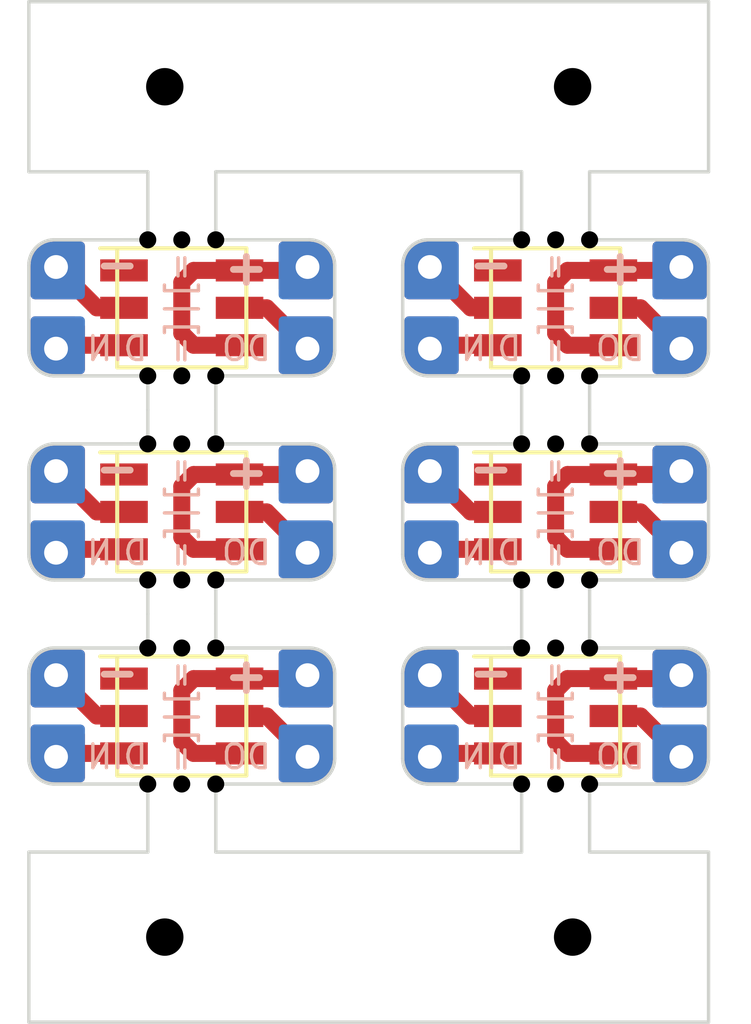
<source format=kicad_pcb>
(kicad_pcb (version 20240108) (generator "pcbnew") (generator_version "8.0")
  (layers (0 "F.Cu" signal) (31 "B.Cu" signal) (34 "B.Paste" user) (35 "F.Paste" user) (36 "B.SilkS" user "B.Silkscreen") (37 "F.SilkS" user "F.Silkscreen") (38 "B.Mask" user) (39 "F.Mask" user) (44 "Edge.Cuts" user))
  (net 0 "")
  (footprint "NPTH" (layer "F.Cu") (at 144 42.9995)
    (property "Reference" "KiKit_MB_10_1" (hide yes))
    (property "Value" "NPTH" (hide yes))
  )
  (footprint "NPTH" (layer "F.Cu") (at 155 30.9995)
    (property "Reference" "KiKit_MB_4_1" (hide yes))
    (property "Value" "NPTH" (hide yes))
  )
  (footprint "NPTH" (layer "F.Cu") (at 143 32.999978)
    (property "Reference" "KiKit_MB_5_2" (hide yes))
    (property "Value" "NPTH" (hide yes))
  )
  (footprint "NPTH" (layer "F.Cu") (at 154.5 47.4995)
    (property "Reference" "KiKit_TO_4" (hide yes))
    (property "Value" "NPTH" (hide yes))
  )
  (footprint "NPTH" (layer "F.Cu") (at 142 36.9995)
    (property "Reference" "KiKit_MB_6_3" (hide yes))
    (property "Value" "NPTH" (hide yes))
  )
  (footprint "TestPoint:TestPoint_THTPad_D1.0mm_Drill0.5mm" (layer "F.Cu") (at 150.3 39.7995)
    (property "Reference" "H4" (hide yes))
    (property "Value" "GND")
  )
  (footprint "SPi:IN_PI33QBTPRPGPBPW_XX" (layer "F.Cu") (at 154 28.9995 -90)
    (property "Reference" "U1" (hide yes))
    (property "Value" "~")
  )
  (footprint "NPTH" (layer "F.Cu") (at 144 26.999852)
    (property "Reference" "KiKit_MB_1_3" (hide yes))
    (property "Value" "NPTH" (hide yes))
  )
  (footprint "NPTH" (layer "F.Cu") (at 144 38.999851)
    (property "Reference" "KiKit_MB_9_3" (hide yes))
    (property "Value" "NPTH" (hide yes))
  )
  (footprint "TestPoint:TestPoint_THTPad_D1.0mm_Drill0.5mm" (layer "F.Cu") (at 157.7 39.7995)
    (property "Reference" "H1" (hide yes))
    (property "Value" "VDD")
  )
  (footprint "NPTH" (layer "F.Cu") (at 143 38.999978)
    (property "Reference" "KiKit_MB_9_2" (hide yes))
    (property "Value" "NPTH" (hide yes))
  )
  (footprint "TestPoint:TestPoint_THTPad_D1.0mm_Drill0.5mm" (layer "F.Cu") (at 150.3 33.7995)
    (property "Reference" "H4" (hide yes))
    (property "Value" "GND")
  )
  (footprint "TestPoint:TestPoint_THTPad_D1.0mm_Drill0.5mm" (layer "F.Cu") (at 150.3 30.1995)
    (property "Reference" "H3" (hide yes))
    (property "Value" "DIN")
  )
  (footprint "TestPoint:TestPoint_THTPad_D1.0mm_Drill0.5mm" (layer "F.Cu") (at 146.7 33.7995)
    (property "Reference" "H1" (hide yes))
    (property "Value" "VDD")
  )
  (footprint "NPTH" (layer "F.Cu") (at 154 32.999978)
    (property "Reference" "KiKit_MB_7_2" (hide yes))
    (property "Value" "NPTH" (hide yes))
  )
  (footprint "NPTH" (layer "F.Cu") (at 153 27.000107)
    (property "Reference" "KiKit_MB_3_1" (hide yes))
    (property "Value" "NPTH" (hide yes))
  )
  (footprint "NPTH" (layer "F.Cu") (at 144 36.9995)
    (property "Reference" "KiKit_MB_6_1" (hide yes))
    (property "Value" "NPTH" (hide yes))
  )
  (footprint "NPTH" (layer "F.Cu") (at 142 27.000107)
    (property "Reference" "KiKit_MB_1_1" (hide yes))
    (property "Value" "NPTH" (hide yes))
  )
  (footprint "NPTH" (layer "F.Cu") (at 155 26.999852)
    (property "Reference" "KiKit_MB_3_3" (hide yes))
    (property "Value" "NPTH" (hide yes))
  )
  (footprint "TestPoint:TestPoint_THTPad_D1.0mm_Drill0.5mm" (layer "F.Cu") (at 146.7 42.1995)
    (property "Reference" "H2" (hide yes))
    (property "Value" "DOUT")
  )
  (footprint "TestPoint:TestPoint_THTPad_D1.0mm_Drill0.5mm" (layer "F.Cu") (at 157.7 42.1995)
    (property "Reference" "H2" (hide yes))
    (property "Value" "DOUT")
  )
  (footprint "TestPoint:TestPoint_THTPad_D1.0mm_Drill0.5mm" (layer "F.Cu") (at 150.3 27.7995)
    (property "Reference" "H4" (hide yes))
    (property "Value" "GND")
  )
  (footprint "TestPoint:TestPoint_THTPad_D1.0mm_Drill0.5mm" (layer "F.Cu") (at 139.3 42.1995)
    (property "Reference" "H3" (hide yes))
    (property "Value" "DIN")
  )
  (footprint "TestPoint:TestPoint_THTPad_D1.0mm_Drill0.5mm" (layer "F.Cu") (at 150.3 36.1995)
    (property "Reference" "H3" (hide yes))
    (property "Value" "DIN")
  )
  (footprint "SPi:IN_PI33QBTPRPGPBPW_XX" (layer "F.Cu") (at 154 34.9995 -90)
    (property "Reference" "U1" (hide yes))
    (property "Value" "~")
  )
  (footprint "TestPoint:TestPoint_THTPad_D1.0mm_Drill0.5mm" (layer "F.Cu") (at 139.3 30.1995)
    (property "Reference" "H3" (hide yes))
    (property "Value" "DIN")
  )
  (footprint "NPTH" (layer "F.Cu") (at 153 39.000106)
    (property "Reference" "KiKit_MB_11_1" (hide yes))
    (property "Value" "NPTH" (hide yes))
  )
  (footprint "TestPoint:TestPoint_THTPad_D1.0mm_Drill0.5mm" (layer "F.Cu") (at 139.3 33.7995)
    (property "Reference" "H4" (hide yes))
    (property "Value" "GND")
  )
  (footprint "NPTH" (layer "F.Cu") (at 155 38.999851)
    (property "Reference" "KiKit_MB_11_3" (hide yes))
    (property "Value" "NPTH" (hide yes))
  )
  (footprint "SPi:IN_PI33QBTPRPGPBPW_XX" (layer "F.Cu") (at 154 40.9995 -90)
    (property "Reference" "U1" (hide yes))
    (property "Value" "~")
  )
  (footprint "NPTH" (layer "F.Cu") (at 155 42.9995)
    (property "Reference" "KiKit_MB_12_1" (hide yes))
    (property "Value" "NPTH" (hide yes))
  )
  (footprint "NPTH" (layer "F.Cu") (at 154 38.999978)
    (property "Reference" "KiKit_MB_11_2" (hide yes))
    (property "Value" "NPTH" (hide yes))
  )
  (footprint "NPTH" (layer "F.Cu") (at 154 36.9995)
    (property "Reference" "KiKit_MB_8_2" (hide yes))
    (property "Value" "NPTH" (hide yes))
  )
  (footprint "TestPoint:TestPoint_THTPad_D1.0mm_Drill0.5mm" (layer "F.Cu") (at 139.3 39.7995)
    (property "Reference" "H4" (hide yes))
    (property "Value" "GND")
  )
  (footprint "NPTH" (layer "F.Cu") (at 142 42.9995)
    (property "Reference" "KiKit_MB_10_3" (hide yes))
    (property "Value" "NPTH" (hide yes))
  )
  (footprint "TestPoint:TestPoint_THTPad_D1.0mm_Drill0.5mm" (layer "F.Cu") (at 157.7 33.7995)
    (property "Reference" "H1" (hide yes))
    (property "Value" "VDD")
  )
  (footprint "NPTH" (layer "F.Cu") (at 142 39.000106)
    (property "Reference" "KiKit_MB_9_1" (hide yes))
    (property "Value" "NPTH" (hide yes))
  )
  (footprint "TestPoint:TestPoint_THTPad_D1.0mm_Drill0.5mm" (layer "F.Cu") (at 146.7 39.7995)
    (property "Reference" "H1" (hide yes))
    (property "Value" "VDD")
  )
  (footprint "SPi:IN_PI33QBTPRPGPBPW_XX" (layer "F.Cu") (at 143 34.9995 -90)
    (property "Reference" "U1" (hide yes))
    (property "Value" "~")
  )
  (footprint "TestPoint:TestPoint_THTPad_D1.0mm_Drill0.5mm" (layer "F.Cu") (at 146.7 30.1995)
    (property "Reference" "H2" (hide yes))
    (property "Value" "DOUT")
  )
  (footprint "NPTH" (layer "F.Cu") (at 144 30.9995)
    (property "Reference" "KiKit_MB_2_1" (hide yes))
    (property "Value" "NPTH" (hide yes))
  )
  (footprint "NPTH" (layer "F.Cu") (at 144 32.999851)
    (property "Reference" "KiKit_MB_5_3" (hide yes))
    (property "Value" "NPTH" (hide yes))
  )
  (footprint "NPTH" (layer "F.Cu") (at 143 36.9995)
    (property "Reference" "KiKit_MB_6_2" (hide yes))
    (property "Value" "NPTH" (hide yes))
  )
  (footprint "NPTH" (layer "F.Cu") (at 143 30.9995)
    (property "Reference" "KiKit_MB_2_2" (hide yes))
    (property "Value" "NPTH" (hide yes))
  )
  (footprint "NPTH" (layer "F.Cu") (at 153 33.000106)
    (property "Reference" "KiKit_MB_7_1" (hide yes))
    (property "Value" "NPTH" (hide yes))
  )
  (footprint "TestPoint:TestPoint_THTPad_D1.0mm_Drill0.5mm" (layer "F.Cu") (at 157.7 30.1995)
    (property "Reference" "H2" (hide yes))
    (property "Value" "DOUT")
  )
  (footprint "TestPoint:TestPoint_THTPad_D1.0mm_Drill0.5mm" (layer "F.Cu") (at 157.7 36.1995)
    (property "Reference" "H2" (hide yes))
    (property "Value" "DOUT")
  )
  (footprint "NPTH" (layer "F.Cu") (at 154.5 22.5)
    (property "Reference" "KiKit_TO_2" (hide yes))
    (property "Value" "NPTH" (hide yes))
  )
  (footprint "NPTH" (layer "F.Cu") (at 153 42.9995)
    (property "Reference" "KiKit_MB_12_3" (hide yes))
    (property "Value" "NPTH" (hide yes))
  )
  (footprint "SPi:IN_PI33QBTPRPGPBPW_XX" (layer "F.Cu") (at 143 28.9995 -90)
    (property "Reference" "U1" (hide yes))
    (property "Value" "~")
  )
  (footprint "NPTH" (layer "F.Cu") (at 143 42.9995)
    (property "Reference" "KiKit_MB_10_2" (hide yes))
    (property "Value" "NPTH" (hide yes))
  )
  (footprint "NPTH" (layer "F.Cu") (at 142 30.9995)
    (property "Reference" "KiKit_MB_2_3" (hide yes))
    (property "Value" "NPTH" (hide yes))
  )
  (footprint "NPTH" (layer "F.Cu") (at 154 30.9995)
    (property "Reference" "KiKit_MB_4_2" (hide yes))
    (property "Value" "NPTH" (hide yes))
  )
  (footprint "TestPoint:TestPoint_THTPad_D1.0mm_Drill0.5mm" (layer "F.Cu") (at 146.7 27.7995)
    (property "Reference" "H1" (hide yes))
    (property "Value" "VDD")
  )
  (footprint "NPTH" (layer "F.Cu") (at 143 26.999979)
    (property "Reference" "KiKit_MB_1_2" (hide yes))
    (property "Value" "NPTH" (hide yes))
  )
  (footprint "NPTH" (layer "F.Cu") (at 142.5 22.5)
    (property "Reference" "KiKit_TO_1" (hide yes))
    (property "Value" "NPTH" (hide yes))
  )
  (footprint "NPTH" (layer "F.Cu") (at 154 42.9995)
    (property "Reference" "KiKit_MB_12_2" (hide yes))
    (property "Value" "NPTH" (hide yes))
  )
  (footprint "NPTH" (layer "F.Cu") (at 154 26.999979)
    (property "Reference" "KiKit_MB_3_2" (hide yes))
    (property "Value" "NPTH" (hide yes))
  )
  (footprint "TestPoint:TestPoint_THTPad_D1.0mm_Drill0.5mm" (layer "F.Cu") (at 157.7 27.7995)
    (property "Reference" "H1" (hide yes))
    (property "Value" "VDD")
  )
  (footprint "NPTH" (layer "F.Cu") (at 153 30.9995)
    (property "Reference" "KiKit_MB_4_3" (hide yes))
    (property "Value" "NPTH" (hide yes))
  )
  (footprint "NPTH" (layer "F.Cu") (at 142 33.000106)
    (property "Reference" "KiKit_MB_5_1" (hide yes))
    (property "Value" "NPTH" (hide yes))
  )
  (footprint "TestPoint:TestPoint_THTPad_D1.0mm_Drill0.5mm" (layer "F.Cu") (at 146.7 36.1995)
    (property "Reference" "H2" (hide yes))
    (property "Value" "DOUT")
  )
  (footprint "NPTH" (layer "F.Cu") (at 153 36.9995)
    (property "Reference" "KiKit_MB_8_3" (hide yes))
    (property "Value" "NPTH" (hide yes))
  )
  (footprint "TestPoint:TestPoint_THTPad_D1.0mm_Drill0.5mm" (layer "F.Cu") (at 139.3 27.7995)
    (property "Reference" "H4" (hide yes))
    (property "Value" "GND")
  )
  (footprint "TestPoint:TestPoint_THTPad_D1.0mm_Drill0.5mm" (layer "F.Cu") (at 139.3 36.1995)
    (property "Reference" "H3" (hide yes))
    (property "Value" "DIN")
  )
  (footprint "SPi:IN_PI33QBTPRPGPBPW_XX" (layer "F.Cu") (at 143 40.9995 -90)
    (property "Reference" "U1" (hide yes))
    (property "Value" "~")
  )
  (footprint "NPTH" (layer "F.Cu") (at 155 36.9995)
    (property "Reference" "KiKit_MB_8_1" (hide yes))
    (property "Value" "NPTH" (hide yes))
  )
  (footprint "TestPoint:TestPoint_THTPad_D1.0mm_Drill0.5mm" (layer "F.Cu") (at 150.3 42.1995)
    (property "Reference" "H3" (hide yes))
    (property "Value" "DIN")
  )
  (footprint "NPTH" (layer "F.Cu") (at 142.5 47.4995)
    (property "Reference" "KiKit_TO_3" (hide yes))
    (property "Value" "NPTH" (hide yes))
  )
  (footprint "NPTH" (layer "F.Cu") (at 155 32.999851)
    (property "Reference" "KiKit_MB_7_3" (hide yes))
    (property "Value" "NPTH" (hide yes))
  )
  (gr_line (start 158.499037 39.711513) (end 158.491351 39.635929) (stroke (width 0.1)) (layer "Edge.Cuts"))
  (gr_line (start 157.86357 42.990851) (end 157.937989 42.975557) (stroke (width 0.1)) (layer "Edge.Cuts"))
  (gr_line (start 138.515352 30.400473) (end 138.534395 30.474022) (stroke (width 0.1)) (layer "Edge.Cuts"))
  (gr_line (start 150.025477 42.965104) (end 150.06201 42.975557) (stroke (width 0.1)) (layer "Edge.Cuts"))
  (gr_line (start 147.405759 36.613476) (end 147.439218 36.545266) (stroke (width 0.1)) (layer "Edge.Cuts"))
  (gr_line (start 146.75 30.9995) (end 146.825876 30.995651) (stroke (width 0.1)) (layer "Edge.Cuts"))
  (gr_line (start 147.319068 33.26097) (end 147.266725 33.205905) (stroke (width 0.1)) (layer "Edge.Cuts"))
  (gr_line (start 155 25) (end 158.5 25) (stroke (width 0.1)) (layer "Edge.Cuts"))
  (gr_line (start 149.5 39.7495) (end 149.5 42.2495) (stroke (width 0.1)) (layer "Edge.Cuts"))
  (gr_line (start 158.365572 27.321048) (end 158.319068 27.26097) (stroke (width 0.1)) (layer "Edge.Cuts"))
  (gr_line (start 138.706405 33.232774) (end 138.680931 33.26097) (stroke (width 0.1)) (layer "Edge.Cuts"))
  (gr_line (start 150.136429 36.990851) (end 150.174123 36.995651) (stroke (width 0.1)) (layer "Edge.Cuts"))
  (gr_line (start 138.508648 33.635929) (end 138.503848 33.673623) (stroke (width 0.1)) (layer "Edge.Cuts"))
  (gr_line (start 147.453314 39.489021) (end 147.423353 39.419204) (stroke (width 0.1)) (layer "Edge.Cuts"))
  (gr_line (start 146.937989 39.023442) (end 146.86357 39.008148) (stroke (width 0.1)) (layer "Edge.Cuts"))
  (gr_line (start 138.886023 33.09374) (end 138.853276 33.113016) (stroke (width 0.1)) (layer "Edge.Cuts"))
  (gr_line (start 147.238529 33.180431) (end 147.209079 33.156418) (stroke (width 0.1)) (layer "Edge.Cuts"))
  (gr_line (start 142 27.000106) (end 139.212013 27.000462) (stroke (width 0.1)) (layer "Edge.Cuts"))
  (gr_line (start 158.453314 42.509978) (end 158.476057 42.437489) (stroke (width 0.1)) (layer "Edge.Cuts"))
  (gr_line (start 150.25 36.9995) (end 153 36.9995) (stroke (width 0.1)) (layer "Edge.Cuts"))
  (gr_line (start 146.75 36.9995) (end 146.825876 36.995651) (stroke (width 0.1)) (layer "Edge.Cuts"))
  (gr_line (start 149.886023 42.905259) (end 149.919704 42.922853) (stroke (width 0.1)) (layer "Edge.Cuts"))
  (gr_line (start 149.706405 39.232774) (end 149.680931 39.26097) (stroke (width 0.1)) (layer "Edge.Cuts"))
  (gr_line (start 138.733274 33.205905) (end 138.706405 33.232774) (stroke (width 0.1)) (layer "Edge.Cuts"))
  (gr_line (start 138.560781 27.453733) (end 138.534395 27.524977) (stroke (width 0.1)) (layer "Edge.Cuts"))
  (gr_line (start 138.5 25) (end 142 25) (stroke (width 0.1)) (layer "Edge.Cuts"))
  (gr_line (start 139.212013 42.998537) (end 139.25 42.9995) (stroke (width 0.1)) (layer "Edge.Cuts"))
  (gr_line (start 147.496151 33.673623) (end 147.491351 33.635929) (stroke (width 0.1)) (layer "Edge.Cuts"))
  (gr_line (start 138.989521 33.046185) (end 138.919704 33.076146) (stroke (width 0.1)) (layer "Edge.Cuts"))
  (gr_line (start 149.534395 42.474022) (end 149.546685 42.509978) (stroke (width 0.1)) (layer "Edge.Cuts"))
  (gr_line (start 138.515352 27.598526) (end 138.508648 27.635929) (stroke (width 0.1)) (layer "Edge.Cuts"))
  (gr_line (start 138.59424 42.613476) (end 138.634427 42.677951) (stroke (width 0.1)) (layer "Edge.Cuts"))
  (gr_line (start 150.099026 36.984147) (end 150.136429 36.990851) (stroke (width 0.1)) (layer "Edge.Cuts"))
  (gr_line (start 149.634427 27.321048) (end 149.59424 27.385523) (stroke (width 0.1)) (layer "Edge.Cuts"))
  (gr_line (start 158.010478 39.046185) (end 157.974522 39.033895) (stroke (width 0.1)) (layer "Edge.Cuts"))
  (gr_line (start 150.212013 33.000462) (end 150.136429 33.008148) (stroke (width 0.1)) (layer "Edge.Cuts"))
  (gr_line (start 147.386483 39.352776) (end 147.343081 39.29042) (stroke (width 0.1)) (layer "Edge.Cuts"))
  (gr_line (start 139.174123 33.003348) (end 139.099026 33.014852) (stroke (width 0.1)) (layer "Edge.Cuts"))
  (gr_line (start 149.613516 30.646223) (end 149.634427 30.677951) (stroke (width 0.1)) (layer "Edge.Cuts"))
  (gr_line (start 149.534395 27.524977) (end 149.515352 27.598526) (stroke (width 0.1)) (layer "Edge.Cuts"))
  (gr_line (start 158.209079 39.156418) (end 158.178451 39.133927) (stroke (width 0.1)) (layer "Edge.Cuts"))
  (gr_line (start 138.79092 36.842581) (end 138.853276 36.885983) (stroke (width 0.1)) (layer "Edge.Cuts"))
  (gr_line (start 153 42.9995) (end 153 44.9995) (stroke (width 0.1)) (layer "Edge.Cuts"))
  (gr_line (start 150.099026 27.014852) (end 150.06201 27.023442) (stroke (width 0.1)) (layer "Edge.Cuts"))
  (gr_line (start 147.365572 36.677951) (end 147.405759 36.613476) (stroke (width 0.1)) (layer "Edge.Cuts"))
  (gr_line (start 138.503848 39.673623) (end 138.5 39.7495) (stroke (width 0.1)) (layer "Edge.Cuts"))
  (gr_line (start 153 37.9995) (end 153 39.000106) (stroke (width 0.1)) (layer "Edge.Cuts"))
  (gr_line (start 149.546685 42.509978) (end 149.576646 42.579795) (stroke (width 0.1)) (layer "Edge.Cuts"))
  (gr_line (start 150.136429 27.008148) (end 150.099026 27.014852) (stroke (width 0.1)) (layer "Edge.Cuts"))
  (gr_line (start 138.534395 36.474022) (end 138.560781 36.545266) (stroke (width 0.1)) (layer "Edge.Cuts"))
  (gr_line (start 149.5 30.2495) (end 149.503848 30.325376) (stroke (width 0.1)) (layer "Edge.Cuts"))
  (gr_line (start 147.496151 30.325376) (end 147.5 30.2495) (stroke (width 0.1)) (layer "Edge.Cuts"))
  (gr_line (start 139.099026 33.014852) (end 139.025477 33.033895) (stroke (width 0.1)) (layer "Edge.Cuts"))
  (gr_line (start 150.136429 39.008148) (end 150.099026 39.014852) (stroke (width 0.1)) (layer "Edge.Cuts"))
  (gr_line (start 147.178451 39.133927) (end 147.113976 39.09374) (stroke (width 0.1)) (layer "Edge.Cuts"))
  (gr_line (start 149.508648 30.36307) (end 149.515352 30.400473) (stroke (width 0.1)) (layer "Edge.Cuts"))
  (gr_line (start 158.5 25) (end 158.5 20) (stroke (width 0.1)) (layer "Edge.Cuts"))
  (gr_line (start 147.045766 42.938718) (end 147.113976 42.905259) (stroke (width 0.1)) (layer "Edge.Cuts"))
  (gr_line (start 146.825876 30.995651) (end 146.900973 30.984147) (stroke (width 0.1)) (layer "Edge.Cuts"))
  (gr_line (start 138.546685 42.509978) (end 138.576646 42.579795) (stroke (width 0.1)) (layer "Edge.Cuts"))
  (gr_line (start 149.919704 42.922853) (end 149.989521 42.952814) (stroke (width 0.1)) (layer "Edge.Cuts"))
  (gr_line (start 149.546685 39.489021) (end 149.534395 39.524977) (stroke (width 0.1)) (layer "Edge.Cuts"))
  (gr_line (start 149.733274 33.205905) (end 149.706405 33.232774) (stroke (width 0.1)) (layer "Edge.Cuts"))
  (gr_line (start 139.06201 42.975557) (end 139.136429 42.990851) (stroke (width 0.1)) (layer "Edge.Cuts"))
  (gr_line (start 158.146723 30.885983) (end 158.209079 30.842581) (stroke (width 0.1)) (layer "Edge.Cuts"))
  (gr_line (start 158.476057 39.56151) (end 158.465604 39.524977) (stroke (width 0.1)) (layer "Edge.Cuts"))
  (gr_line (start 158.386483 30.646223) (end 158.423353 30.579795) (stroke (width 0.1)) (layer "Edge.Cuts"))
  (gr_line (start 150.136429 33.008148) (end 150.099026 33.014852) (stroke (width 0.1)) (layer "Edge.Cuts"))
  (gr_line (start 147.5 27.7495) (end 147.496151 27.673623) (stroke (width 0.1)) (layer "Edge.Cuts"))
  (gr_line (start 158.113976 42.905259) (end 158.178451 42.865072) (stroke (width 0.1)) (layer "Edge.Cuts"))
  (gr_line (start 144 26.999851) (end 144 25) (stroke (width 0.1)) (layer "Edge.Cuts"))
  (gr_line (start 158.5 42.2495) (end 158.5 39.7495) (stroke (width 0.1)) (layer "Edge.Cuts"))
  (gr_line (start 150.06201 27.023442) (end 149.989521 27.046185) (stroke (width 0.1)) (layer "Edge.Cuts"))
  (gr_line (start 147.5 39.7495) (end 147.496151 39.673623) (stroke (width 0.1)) (layer "Edge.Cuts"))
  (gr_line (start 144 38.999851) (end 144 37.9995) (stroke (width 0.1)) (layer "Edge.Cuts"))
  (gr_line (start 158.386483 27.352776) (end 158.365572 27.321048) (stroke (width 0.1)) (layer "Edge.Cuts"))
  (gr_line (start 158.319068 39.26097) (end 158.266725 39.205905) (stroke (width 0.1)) (layer "Edge.Cuts"))
  (gr_line (start 153 30.9995) (end 153 31.9995) (stroke (width 0.1)) (layer "Edge.Cuts"))
  (gr_line (start 138.503848 30.325376) (end 138.508648 30.36307) (stroke (width 0.1)) (layer "Edge.Cuts"))
  (gr_line (start 138.59424 27.385523) (end 138.576646 27.419204) (stroke (width 0.1)) (layer "Edge.Cuts"))
  (gr_line (start 158.405759 36.613476) (end 158.439218 36.545266) (stroke (width 0.1)) (layer "Edge.Cuts"))
  (gr_line (start 158.319068 33.26097) (end 158.293594 33.232774) (stroke (width 0.1)) (layer "Edge.Cuts"))
  (gr_line (start 147.465604 42.474022) (end 147.484647 42.400473) (stroke (width 0.1)) (layer "Edge.Cuts"))
  (gr_line (start 139.136429 39.008148) (end 139.099026 39.014852) (stroke (width 0.1)) (layer "Edge.Cuts"))
  (gr_line (start 144 36.9995) (end 146.75 36.9995) (stroke (width 0.1)) (layer "Edge.Cuts"))
  (gr_line (start 149.79092 39.156418) (end 149.733274 39.205905) (stroke (width 0.1)) (layer "Edge.Cuts"))
  (gr_line (start 147.405759 27.385523) (end 147.386483 27.352776) (stroke (width 0.1)) (layer "Edge.Cuts"))
  (gr_line (start 149.79092 27.156418) (end 149.733274 27.205905) (stroke (width 0.1)) (layer "Edge.Cuts"))
  (gr_line (start 153 44.9995) (end 144 44.9995) (stroke (width 0.1)) (layer "Edge.Cuts"))
  (gr_line (start 158.453314 36.509978) (end 158.476057 36.437489) (stroke (width 0.1)) (layer "Edge.Cuts"))
  (gr_line (start 149.560781 36.545266) (end 149.59424 36.613476) (stroke (width 0.1)) (layer "Edge.Cuts"))
  (gr_line (start 157.825876 36.995651) (end 157.900973 36.984147) (stroke (width 0.1)) (layer "Edge.Cuts"))
  (gr_line (start 149.576646 27.419204) (end 149.560781 27.453733) (stroke (width 0.1)) (layer "Edge.Cuts"))
  (gr_line (start 147.266725 42.793094) (end 147.319068 42.738029) (stroke (width 0.1)) (layer "Edge.Cuts"))
  (gr_line (start 158.499037 36.287486) (end 158.5 36.2495) (stroke (width 0.1)) (layer "Edge.Cuts"))
  (gr_line (start 147.266725 39.205905) (end 147.238529 39.180431) (stroke (width 0.1)) (layer "Edge.Cuts"))
  (gr_line (start 138.534395 30.474022) (end 138.560781 30.545266) (stroke (width 0.1)) (layer "Edge.Cuts"))
  (gr_line (start 147.465604 27.524977) (end 147.439218 27.453733) (stroke (width 0.1)) (layer "Edge.Cuts"))
  (gr_line (start 138.534395 42.474022) (end 138.546685 42.509978) (stroke (width 0.1)) (layer "Edge.Cuts"))
  (gr_line (start 147.453314 36.509978) (end 147.465604 36.474022) (stroke (width 0.1)) (layer "Edge.Cuts"))
  (gr_line (start 138.989521 30.952814) (end 139.025477 30.965104) (stroke (width 0.1)) (layer "Edge.Cuts"))
  (gr_line (start 147.319068 36.738029) (end 147.365572 36.677951) (stroke (width 0.1)) (layer "Edge.Cuts"))
  (gr_line (start 138.634427 42.677951) (end 138.680931 42.738029) (stroke (width 0.1)) (layer "Edge.Cuts"))
  (gr_line (start 147.113976 42.905259) (end 147.178451 42.865072) (stroke (width 0.1)) (layer "Edge.Cuts"))
  (gr_line (start 147.365572 42.677951) (end 147.405759 42.613476) (stroke (width 0.1)) (layer "Edge.Cuts"))
  (gr_line (start 147.238529 27.180431) (end 147.209079 27.156418) (stroke (width 0.1)) (layer "Edge.Cuts"))
  (gr_line (start 138.508648 30.36307) (end 138.515352 30.400473) (stroke (width 0.1)) (layer "Edge.Cuts"))
  (gr_line (start 158.5 30.2495) (end 158.5 27.7495) (stroke (width 0.1)) (layer "Edge.Cuts"))
  (gr_line (start 138.5 39.7495) (end 138.5 42.2495) (stroke (width 0.1)) (layer "Edge.Cuts"))
  (gr_line (start 155 32.999851) (end 155 31.9995) (stroke (width 0.1)) (layer "Edge.Cuts"))
  (gr_line (start 158.5 39.7495) (end 158.499037 39.711513) (stroke (width 0.1)) (layer "Edge.Cuts"))
  (gr_line (start 147.484647 39.598526) (end 147.465604 39.524977) (stroke (width 0.1)) (layer "Edge.Cuts"))
  (gr_line (start 147.465604 30.474022) (end 147.484647 30.400473) (stroke (width 0.1)) (layer "Edge.Cuts"))
  (gr_line (start 149.680931 27.26097) (end 149.634427 27.321048) (stroke (width 0.1)) (layer "Edge.Cuts"))
  (gr_line (start 147.465604 36.474022) (end 147.484647 36.400473) (stroke (width 0.1)) (layer "Edge.Cuts"))
  (gr_line (start 138.503848 42.325376) (end 138.508648 42.36307) (stroke (width 0.1)) (layer "Edge.Cuts"))
  (gr_line (start 158.266725 39.205905) (end 158.209079 39.156418) (stroke (width 0.1)) (layer "Edge.Cuts"))
  (gr_line (start 138.821548 27.133927) (end 138.79092 27.156418) (stroke (width 0.1)) (layer "Edge.Cuts"))
  (gr_line (start 147.439218 33.453733) (end 147.405759 33.385523) (stroke (width 0.1)) (layer "Edge.Cuts"))
  (gr_line (start 138.5 30.2495) (end 138.503848 30.325376) (stroke (width 0.1)) (layer "Edge.Cuts"))
  (gr_line (start 139.25 30.9995) (end 142 30.9995) (stroke (width 0.1)) (layer "Edge.Cuts"))
  (gr_line (start 149.59424 39.385523) (end 149.576646 39.419204) (stroke (width 0.1)) (layer "Edge.Cuts"))
  (gr_line (start 138.515352 36.400473) (end 138.534395 36.474022) (stroke (width 0.1)) (layer "Edge.Cuts"))
  (gr_line (start 147.386483 27.352776) (end 147.343081 27.29042) (stroke (width 0.1)) (layer "Edge.Cuts"))
  (gr_line (start 158.491351 39.635929) (end 158.476057 39.56151) (stroke (width 0.1)) (layer "Edge.Cuts"))
  (gr_line (start 153 33.000106) (end 150.212013 33.000462) (stroke (width 0.1)) (layer "Edge.Cuts"))
  (gr_line (start 147.496151 42.325376) (end 147.5 42.2495) (stroke (width 0.1)) (layer "Edge.Cuts"))
  (gr_line (start 150.25 42.9995) (end 153 42.9995) (stroke (width 0.1)) (layer "Edge.Cuts"))
  (gr_line (start 150.25 30.9995) (end 153 30.9995) (stroke (width 0.1)) (layer "Edge.Cuts"))
  (gr_line (start 149.613516 36.646223) (end 149.634427 36.677951) (stroke (width 0.1)) (layer "Edge.Cuts"))
  (gr_line (start 149.59424 27.385523) (end 149.576646 27.419204) (stroke (width 0.1)) (layer "Edge.Cuts"))
  (gr_line (start 138.853276 33.113016) (end 138.79092 33.156418) (stroke (width 0.1)) (layer "Edge.Cuts"))
  (gr_line (start 138.576646 39.419204) (end 138.546685 39.489021) (stroke (width 0.1)) (layer "Edge.Cuts"))
  (gr_line (start 144 31.9995) (end 144 30.9995) (stroke (width 0.1)) (layer "Edge.Cuts"))
  (gr_line (start 149.634427 30.677951) (end 149.680931 30.738029) (stroke (width 0.1)) (layer "Edge.Cuts"))
  (gr_line (start 147.496151 39.673623) (end 147.491351 39.635929) (stroke (width 0.1)) (layer "Edge.Cuts"))
  (gr_line (start 142 44.9995) (end 138.5 44.9995) (stroke (width 0.1)) (layer "Edge.Cuts"))
  (gr_line (start 138.680931 30.738029) (end 138.733274 30.793094) (stroke (width 0.1)) (layer "Edge.Cuts"))
  (gr_line (start 158.319068 27.26097) (end 158.266725 27.205905) (stroke (width 0.1)) (layer "Edge.Cuts"))
  (gr_line (start 158.439218 33.453733) (end 158.405759 33.385523) (stroke (width 0.1)) (layer "Edge.Cuts"))
  (gr_line (start 138.5 33.7495) (end 138.5 36.2495) (stroke (width 0.1)) (layer "Edge.Cuts"))
  (gr_line (start 138.79092 42.842581) (end 138.821548 42.865072) (stroke (width 0.1)) (layer "Edge.Cuts"))
  (gr_line (start 147.113976 39.09374) (end 147.080295 39.076146) (stroke (width 0.1)) (layer "Edge.Cuts"))
  (gr_line (start 158.499037 33.711513) (end 158.491351 33.635929) (stroke (width 0.1)) (layer "Edge.Cuts"))
  (gr_line (start 139.025477 36.965104) (end 139.099026 36.984147) (stroke (width 0.1)) (layer "Edge.Cuts"))
  (gr_line (start 149.5 27.7495) (end 149.5 30.2495) (stroke (width 0.1)) (layer "Edge.Cuts"))
  (gr_line (start 149.76147 36.818568) (end 149.79092 36.842581) (stroke (width 0.1)) (layer "Edge.Cuts"))
  (gr_line (start 146.900973 36.984147) (end 146.974522 36.965104) (stroke (width 0.1)) (layer "Edge.Cuts"))
  (gr_line (start 142 39.000106) (end 139.212013 39.000462) (stroke (width 0.1)) (layer "Edge.Cuts"))
  (gr_line (start 138.534395 27.524977) (end 138.515352 27.598526) (stroke (width 0.1)) (layer "Edge.Cuts"))
  (gr_line (start 146.86357 27.008148) (end 146.787986 27.000462) (stroke (width 0.1)) (layer "Edge.Cuts"))
  (gr_line (start 149.534395 36.474022) (end 149.560781 36.545266) (stroke (width 0.1)) (layer "Edge.Cuts"))
  (gr_line (start 147.439218 27.453733) (end 147.405759 27.385523) (stroke (width 0.1)) (layer "Edge.Cuts"))
  (gr_line (start 158.491351 36.36307) (end 158.499037 36.287486) (stroke (width 0.1)) (layer "Edge.Cuts"))
  (gr_line (start 158.238529 42.818568) (end 158.293594 42.766225) (stroke (width 0.1)) (layer "Edge.Cuts"))
  (gr_line (start 149.560781 30.545266) (end 149.59424 30.613476) (stroke (width 0.1)) (layer "Edge.Cuts"))
  (gr_line (start 147.405759 30.613476) (end 147.439218 30.545266) (stroke (width 0.1)) (layer "Edge.Cuts"))
  (gr_line (start 138.634427 27.321048) (end 138.59424 27.385523) (stroke (width 0.1)) (layer "Edge.Cuts"))
  (gr_line (start 158.386483 33.352776) (end 158.365572 33.321048) (stroke (width 0.1)) (layer "Edge.Cuts"))
  (gr_line (start 147.423353 42.579795) (end 147.453314 42.509978) (stroke (width 0.1)) (layer "Edge.Cuts"))
  (gr_line (start 138.821548 42.865072) (end 138.886023 42.905259) (stroke (width 0.1)) (layer "Edge.Cuts"))
  (gr_line (start 158.319068 36.738029) (end 158.365572 36.677951) (stroke (width 0.1)) (layer "Edge.Cuts"))
  (gr_line (start 139.212013 33.000462) (end 139.174123 33.003348) (stroke (width 0.1)) (layer "Edge.Cuts"))
  (gr_line (start 146.787986 39.000462) (end 146.75 38.9995) (stroke (width 0.1)) (layer "Edge.Cuts"))
  (gr_line (start 158.386483 42.646223) (end 158.423353 42.579795) (stroke (width 0.1)) (layer "Edge.Cuts"))
  (gr_line (start 142 36.9995) (end 142 37.9995) (stroke (width 0.1)) (layer "Edge.Cuts"))
  (gr_line (start 149.634427 42.677951) (end 149.680931 42.738029) (stroke (width 0.1)) (layer "Edge.Cuts"))
  (gr_line (start 138.534395 33.524977) (end 138.515352 33.598526) (stroke (width 0.1)) (layer "Edge.Cuts"))
  (gr_line (start 158.453314 30.509978) (end 158.476057 30.437489) (stroke (width 0.1)) (layer "Edge.Cuts"))
  (gr_line (start 149.508648 27.635929) (end 149.503848 27.673623) (stroke (width 0.1)) (layer "Edge.Cuts"))
  (gr_line (start 158.476057 30.437489) (end 158.491351 30.36307) (stroke (width 0.1)) (layer "Edge.Cuts"))
  (gr_line (start 147.146723 30.885983) (end 147.209079 30.842581) (stroke (width 0.1)) (layer "Edge.Cuts"))
  (gr_line (start 146.825876 42.995651) (end 146.900973 42.984147) (stroke (width 0.1)) (layer "Edge.Cuts"))
  (gr_line (start 149.503848 33.673623) (end 149.5 33.7495) (stroke (width 0.1)) (layer "Edge.Cuts"))
  (gr_line (start 150.099026 39.014852) (end 150.06201 39.023442) (stroke (width 0.1)) (layer "Edge.Cuts"))
  (gr_line (start 158.045766 36.938718) (end 158.113976 36.905259) (stroke (width 0.1)) (layer "Edge.Cuts"))
  (gr_line (start 158.439218 36.545266) (end 158.453314 36.509978) (stroke (width 0.1)) (layer "Edge.Cuts"))
  (gr_line (start 146.974522 42.965104) (end 147.045766 42.938718) (stroke (width 0.1)) (layer "Edge.Cuts"))
  (gr_line (start 138.79092 30.842581) (end 138.821548 30.865072) (stroke (width 0.1)) (layer "Edge.Cuts"))
  (gr_line (start 149.989521 27.046185) (end 149.919704 27.076146) (stroke (width 0.1)) (layer "Edge.Cuts"))
  (gr_line (start 138.508648 27.635929) (end 138.503848 27.673623) (stroke (width 0.1)) (layer "Edge.Cuts"))
  (gr_line (start 149.706405 27.232774) (end 149.680931 27.26097) (stroke (width 0.1)) (layer "Edge.Cuts"))
  (gr_line (start 149.508648 42.36307) (end 149.515352 42.400473) (stroke (width 0.1)) (layer "Edge.Cuts"))
  (gr_line (start 149.59424 42.613476) (end 149.634427 42.677951) (stroke (width 0.1)) (layer "Edge.Cuts"))
  (gr_line (start 149.634427 36.677951) (end 149.680931 36.738029) (stroke (width 0.1)) (layer "Edge.Cuts"))
  (gr_line (start 157.900973 30.984147) (end 157.937989 30.975557) (stroke (width 0.1)) (layer "Edge.Cuts"))
  (gr_line (start 138.59424 30.613476) (end 138.613516 30.646223) (stroke (width 0.1)) (layer "Edge.Cuts"))
  (gr_line (start 147.491351 27.635929) (end 147.484647 27.598526) (stroke (width 0.1)) (layer "Edge.Cuts"))
  (gr_line (start 138.634427 30.677951) (end 138.680931 30.738029) (stroke (width 0.1)) (layer "Edge.Cuts"))
  (gr_line (start 138.5 42.2495) (end 138.503848 42.325376) (stroke (width 0.1)) (layer "Edge.Cuts"))
  (gr_line (start 158.343081 42.708579) (end 158.386483 42.646223) (stroke (width 0.1)) (layer "Edge.Cuts"))
  (gr_line (start 149.853276 36.885983) (end 149.886023 36.905259) (stroke (width 0.1)) (layer "Edge.Cuts"))
  (gr_line (start 138.919704 27.076146) (end 138.886023 27.09374) (stroke (width 0.1)) (layer "Edge.Cuts"))
  (gr_line (start 146.900973 42.984147) (end 146.974522 42.965104) (stroke (width 0.1)) (layer "Edge.Cuts"))
  (gr_line (start 158.146723 33.113016) (end 158.080295 33.076146) (stroke (width 0.1)) (layer "Edge.Cuts"))
  (gr_line (start 138.680931 39.26097) (end 138.634427 39.321048) (stroke (width 0.1)) (layer "Edge.Cuts"))
  (gr_line (start 147.080295 30.922853) (end 147.146723 30.885983) (stroke (width 0.1)) (layer "Edge.Cuts"))
  (gr_line (start 147.405759 33.385523) (end 147.386483 33.352776) (stroke (width 0.1)) (layer "Edge.Cuts"))
  (gr_line (start 157.974522 27.033895) (end 157.937989 27.023442) (stroke (width 0.1)) (layer "Edge.Cuts"))
  (gr_line (start 147.178451 42.865072) (end 147.209079 42.842581) (stroke (width 0.1)) (layer "Edge.Cuts"))
  (gr_line (start 138.79092 33.156418) (end 138.733274 33.205905) (stroke (width 0.1)) (layer "Edge.Cuts"))
  (gr_line (start 138.733274 39.205905) (end 138.706405 39.232774) (stroke (width 0.1)) (layer "Edge.Cuts"))
  (gr_line (start 150.212013 42.998537) (end 150.25 42.9995) (stroke (width 0.1)) (layer "Edge.Cuts"))
  (gr_line (start 138.733274 27.205905) (end 138.706405 27.232774) (stroke (width 0.1)) (layer "Edge.Cuts"))
  (gr_line (start 158.293594 30.766225) (end 158.343081 30.708579) (stroke (width 0.1)) (layer "Edge.Cuts"))
  (gr_line (start 138.5 49.9995) (end 158.5 49.9995) (stroke (width 0.1)) (layer "Edge.Cuts"))
  (gr_line (start 150.136429 42.990851) (end 150.212013 42.998537) (stroke (width 0.1)) (layer "Edge.Cuts"))
  (gr_line (start 146.974522 33.033895) (end 146.900973 33.014852) (stroke (width 0.1)) (layer "Edge.Cuts"))
  (gr_line (start 149.5 36.2495) (end 149.503848 36.325376) (stroke (width 0.1)) (layer "Edge.Cuts"))
  (gr_line (start 139.174123 36.995651) (end 139.25 36.9995) (stroke (width 0.1)) (layer "Edge.Cuts"))
  (gr_line (start 158.5 49.9995) (end 158.5 44.9995) (stroke (width 0.1)) (layer "Edge.Cuts"))
  (gr_line (start 138.680931 42.738029) (end 138.733274 42.793094) (stroke (width 0.1)) (layer "Edge.Cuts"))
  (gr_line (start 149.821548 39.133927) (end 149.79092 39.156418) (stroke (width 0.1)) (layer "Edge.Cuts"))
  (gr_line (start 146.787986 33.000462) (end 146.75 32.9995) (stroke (width 0.1)) (layer "Edge.Cuts"))
  (gr_line (start 157.974522 39.033895) (end 157.937989 39.023442) (stroke (width 0.1)) (layer "Edge.Cuts"))
  (gr_line (start 138.821548 30.865072) (end 138.886023 30.905259) (stroke (width 0.1)) (layer "Edge.Cuts"))
  (gr_line (start 149.954233 30.938718) (end 150.025477 30.965104) (stroke (width 0.1)) (layer "Edge.Cuts"))
  (gr_line (start 158.405759 33.385523) (end 158.386483 33.352776) (stroke (width 0.1)) (layer "Edge.Cuts"))
  (gr_line (start 147.484647 27.598526) (end 147.465604 27.524977) (stroke (width 0.1)) (layer "Edge.Cuts"))
  (gr_line (start 138.534395 39.524977) (end 138.515352 39.598526) (stroke (width 0.1)) (layer "Edge.Cuts"))
  (gr_line (start 147.113976 36.905259) (end 147.146723 36.885983) (stroke (width 0.1)) (layer "Edge.Cuts"))
  (gr_line (start 149.515352 36.400473) (end 149.534395 36.474022) (stroke (width 0.1)) (layer "Edge.Cuts"))
  (gr_line (start 149.515352 27.598526) (end 149.508648 27.635929) (stroke (width 0.1)) (layer "Edge.Cuts"))
  (gr_line (start 149.576646 42.579795) (end 149.59424 42.613476) (stroke (width 0.1)) (layer "Edge.Cuts"))
  (gr_line (start 158.293594 33.232774) (end 158.238529 33.180431) (stroke (width 0.1)) (layer "Edge.Cuts"))
  (gr_line (start 149.989521 42.952814) (end 150.025477 42.965104) (stroke (width 0.1)) (layer "Edge.Cuts"))
  (gr_line (start 149.515352 33.598526) (end 149.508648 33.635929) (stroke (width 0.1)) (layer "Edge.Cuts"))
  (gr_line (start 158.499037 27.711513) (end 158.491351 27.635929) (stroke (width 0.1)) (layer "Edge.Cuts"))
  (gr_line (start 158.266725 36.793094) (end 158.319068 36.738029) (stroke (width 0.1)) (layer "Edge.Cuts"))
  (gr_line (start 153 31.9995) (end 153 33.000106) (stroke (width 0.1)) (layer "Edge.Cuts"))
  (gr_line (start 149.853276 30.885983) (end 149.886023 30.905259) (stroke (width 0.1)) (layer "Edge.Cuts"))
  (gr_line (start 138.560781 30.545266) (end 138.59424 30.613476) (stroke (width 0.1)) (layer "Edge.Cuts"))
  (gr_line (start 158.266725 27.205905) (end 158.209079 27.156418) (stroke (width 0.1)) (layer "Edge.Cuts"))
  (gr_line (start 138.5 44.9995) (end 138.5 49.9995) (stroke (width 0.1)) (layer "Edge.Cuts"))
  (gr_line (start 155 44.9995) (end 155 42.9995) (stroke (width 0.1)) (layer "Edge.Cuts"))
  (gr_line (start 157.75 26.9995) (end 155 26.999851) (stroke (width 0.1)) (layer "Edge.Cuts"))
  (gr_line (start 144 25) (end 153 25) (stroke (width 0.1)) (layer "Edge.Cuts"))
  (gr_line (start 158.178451 39.133927) (end 158.113976 39.09374) (stroke (width 0.1)) (layer "Edge.Cuts"))
  (gr_line (start 149.989521 33.046185) (end 149.919704 33.076146) (stroke (width 0.1)) (layer "Edge.Cuts"))
  (gr_line (start 157.937989 30.975557) (end 158.010478 30.952814) (stroke (width 0.1)) (layer "Edge.Cuts"))
  (gr_line (start 147.080295 27.076146) (end 147.010478 27.046185) (stroke (width 0.1)) (layer "Edge.Cuts"))
  (gr_line (start 149.5 33.7495) (end 149.5 36.2495) (stroke (width 0.1)) (layer "Edge.Cuts"))
  (gr_line (start 157.937989 42.975557) (end 158.010478 42.952814) (stroke (width 0.1)) (layer "Edge.Cuts"))
  (gr_line (start 150.212013 30.998537) (end 150.25 30.9995) (stroke (width 0.1)) (layer "Edge.Cuts"))
  (gr_line (start 139.099026 36.984147) (end 139.136429 36.990851) (stroke (width 0.1)) (layer "Edge.Cuts"))
  (gr_line (start 144 44.9995) (end 144 42.9995) (stroke (width 0.1)) (layer "Edge.Cuts"))
  (gr_line (start 157.825876 30.995651) (end 157.900973 30.984147) (stroke (width 0.1)) (layer "Edge.Cuts"))
  (gr_line (start 157.86357 39.008148) (end 157.787986 39.000462) (stroke (width 0.1)) (layer "Edge.Cuts"))
  (gr_line (start 150.136429 30.990851) (end 150.212013 30.998537) (stroke (width 0.1)) (layer "Edge.Cuts"))
  (gr_line (start 146.86357 39.008148) (end 146.787986 39.000462) (stroke (width 0.1)) (layer "Edge.Cuts"))
  (gr_line (start 147.386483 33.352776) (end 147.343081 33.29042) (stroke (width 0.1)) (layer "Edge.Cuts"))
  (gr_line (start 149.576646 33.419204) (end 149.560781 33.453733) (stroke (width 0.1)) (layer "Edge.Cuts"))
  (gr_line (start 139.025477 42.965104) (end 139.06201 42.975557) (stroke (width 0.1)) (layer "Edge.Cuts"))
  (gr_line (start 158.5 20) (end 138.5 20) (stroke (width 0.1)) (layer "Edge.Cuts"))
  (gr_line (start 155 31.9995) (end 155 30.9995) (stroke (width 0.1)) (layer "Edge.Cuts"))
  (gr_line (start 150.099026 30.984147) (end 150.136429 30.990851) (stroke (width 0.1)) (layer "Edge.Cuts"))
  (gr_line (start 144 37.9995) (end 144 36.9995) (stroke (width 0.1)) (layer "Edge.Cuts"))
  (gr_line (start 146.75 32.9995) (end 144 32.999851) (stroke (width 0.1)) (layer "Edge.Cuts"))
  (gr_line (start 149.853276 33.113016) (end 149.79092 33.156418) (stroke (width 0.1)) (layer "Edge.Cuts"))
  (gr_line (start 158.439218 27.453733) (end 158.405759 27.385523) (stroke (width 0.1)) (layer "Edge.Cuts"))
  (gr_line (start 149.853276 27.113016) (end 149.79092 27.156418) (stroke (width 0.1)) (layer "Edge.Cuts"))
  (gr_line (start 138.634427 33.321048) (end 138.59424 33.385523) (stroke (width 0.1)) (layer "Edge.Cuts"))
  (gr_line (start 147.484647 36.400473) (end 147.496151 36.325376) (stroke (width 0.1)) (layer "Edge.Cuts"))
  (gr_line (start 158.423353 42.579795) (end 158.453314 42.509978) (stroke (width 0.1)) (layer "Edge.Cuts"))
  (gr_line (start 147.146723 36.885983) (end 147.209079 36.842581) (stroke (width 0.1)) (layer "Edge.Cuts"))
  (gr_line (start 138.515352 42.400473) (end 138.534395 42.474022) (stroke (width 0.1)) (layer "Edge.Cuts"))
  (gr_line (start 149.733274 36.793094) (end 149.76147 36.818568) (stroke (width 0.1)) (layer "Edge.Cuts"))
  (gr_line (start 139.06201 39.023442) (end 138.989521 39.046185) (stroke (width 0.1)) (layer "Edge.Cuts"))
  (gr_line (start 138.886023 30.905259) (end 138.919704 30.922853) (stroke (width 0.1)) (layer "Edge.Cuts"))
  (gr_line (start 146.900973 27.014852) (end 146.86357 27.008148) (stroke (width 0.1)) (layer "Edge.Cuts"))
  (gr_line (start 147.484647 33.598526) (end 147.465604 33.524977) (stroke (width 0.1)) (layer "Edge.Cuts"))
  (gr_line (start 149.76147 30.818568) (end 149.79092 30.842581) (stroke (width 0.1)) (layer "Edge.Cuts"))
  (gr_line (start 149.503848 36.325376) (end 149.508648 36.36307) (stroke (width 0.1)) (layer "Edge.Cuts"))
  (gr_line (start 158.499037 42.287486) (end 158.5 42.2495) (stroke (width 0.1)) (layer "Edge.Cuts"))
  (gr_line (start 146.825876 36.995651) (end 146.900973 36.984147) (stroke (width 0.1)) (layer "Edge.Cuts"))
  (gr_line (start 138.853276 36.885983) (end 138.886023 36.905259) (stroke (width 0.1)) (layer "Edge.Cuts"))
  (gr_line (start 158.5 44.9995) (end 155 44.9995) (stroke (width 0.1)) (layer "Edge.Cuts"))
  (gr_line (start 147.266725 33.205905) (end 147.238529 33.180431) (stroke (width 0.1)) (layer "Edge.Cuts"))
  (gr_line (start 150.06201 42.975557) (end 150.136429 42.990851) (stroke (width 0.1)) (layer "Edge.Cuts"))
  (gr_line (start 147.453314 30.509978) (end 147.465604 30.474022) (stroke (width 0.1)) (layer "Edge.Cuts"))
  (gr_line (start 138.503848 33.673623) (end 138.5 33.7495) (stroke (width 0.1)) (layer "Edge.Cuts"))
  (gr_line (start 158.453314 27.489021) (end 158.439218 27.453733) (stroke (width 0.1)) (layer "Edge.Cuts"))
  (gr_line (start 149.534395 30.474022) (end 149.560781 30.545266) (stroke (width 0.1)) (layer "Edge.Cuts"))
  (gr_line (start 157.974522 36.965104) (end 158.045766 36.938718) (stroke (width 0.1)) (layer "Edge.Cuts"))
  (gr_line (start 138.989521 42.952814) (end 139.025477 42.965104) (stroke (width 0.1)) (layer "Edge.Cuts"))
  (gr_line (start 138.79092 39.156418) (end 138.733274 39.205905) (stroke (width 0.1)) (layer "Edge.Cuts"))
  (gr_line (start 147.423353 39.419204) (end 147.386483 39.352776) (stroke (width 0.1)) (layer "Edge.Cuts"))
  (gr_line (start 147.319068 42.738029) (end 147.365572 42.677951) (stroke (width 0.1)) (layer "Edge.Cuts"))
  (gr_line (start 157.75 38.9995) (end 155 38.999851) (stroke (width 0.1)) (layer "Edge.Cuts"))
  (gr_line (start 158.365572 33.321048) (end 158.319068 33.26097) (stroke (width 0.1)) (layer "Edge.Cuts"))
  (gr_line (start 158.209079 27.156418) (end 158.178451 27.133927) (stroke (width 0.1)) (layer "Edge.Cuts"))
  (gr_line (start 158.113976 39.09374) (end 158.080295 39.076146) (stroke (width 0.1)) (layer "Edge.Cuts"))
  (gr_line (start 147.319068 39.26097) (end 147.266725 39.205905) (stroke (width 0.1)) (layer "Edge.Cuts"))
  (gr_line (start 158.491351 42.36307) (end 158.499037 42.287486) (stroke (width 0.1)) (layer "Edge.Cuts"))
  (gr_line (start 139.25 42.9995) (end 142 42.9995) (stroke (width 0.1)) (layer "Edge.Cuts"))
  (gr_line (start 147.010478 39.046185) (end 146.974522 39.033895) (stroke (width 0.1)) (layer "Edge.Cuts"))
  (gr_line (start 149.576646 39.419204) (end 149.546685 39.489021) (stroke (width 0.1)) (layer "Edge.Cuts"))
  (gr_line (start 149.919704 27.076146) (end 149.886023 27.09374) (stroke (width 0.1)) (layer "Edge.Cuts"))
  (gr_line (start 158.476057 27.56151) (end 158.453314 27.489021) (stroke (width 0.1)) (layer "Edge.Cuts"))
  (gr_line (start 138.560781 33.453733) (end 138.534395 33.524977) (stroke (width 0.1)) (layer "Edge.Cuts"))
  (gr_line (start 149.680931 30.738029) (end 149.733274 30.793094) (stroke (width 0.1)) (layer "Edge.Cuts"))
  (gr_line (start 149.508648 33.635929) (end 149.503848 33.673623) (stroke (width 0.1)) (layer "Edge.Cuts"))
  (gr_line (start 147.238529 39.180431) (end 147.178451 39.133927) (stroke (width 0.1)) (layer "Edge.Cuts"))
  (gr_line (start 150.06201 39.023442) (end 149.989521 39.046185) (stroke (width 0.1)) (layer "Edge.Cuts"))
  (gr_line (start 138.503848 27.673623) (end 138.5 27.7495) (stroke (width 0.1)) (layer "Edge.Cuts"))
  (gr_line (start 157.75 36.9995) (end 157.825876 36.995651) (stroke (width 0.1)) (layer "Edge.Cuts"))
  (gr_line (start 138.706405 27.232774) (end 138.680931 27.26097) (stroke (width 0.1)) (layer "Edge.Cuts"))
  (gr_line (start 153 27.000106) (end 150.212013 27.000462) (stroke (width 0.1)) (layer "Edge.Cuts"))
  (gr_line (start 139.06201 27.023442) (end 138.989521 27.046185) (stroke (width 0.1)) (layer "Edge.Cuts"))
  (gr_line (start 142 37.9995) (end 142 39.000106) (stroke (width 0.1)) (layer "Edge.Cuts"))
  (gr_line (start 158.146723 27.113016) (end 158.080295 27.076146) (stroke (width 0.1)) (layer "Edge.Cuts"))
  (gr_line (start 149.886023 36.905259) (end 149.954233 36.938718) (stroke (width 0.1)) (layer "Edge.Cuts"))
  (gr_line (start 146.974522 27.033895) (end 146.900973 27.014852) (stroke (width 0.1)) (layer "Edge.Cuts"))
  (gr_line (start 158.010478 30.952814) (end 158.080295 30.922853) (stroke (width 0.1)) (layer "Edge.Cuts"))
  (gr_line (start 147.465604 39.524977) (end 147.453314 39.489021) (stroke (width 0.1)) (layer "Edge.Cuts"))
  (gr_line (start 146.787986 27.000462) (end 146.75 26.9995) (stroke (width 0.1)) (layer "Edge.Cuts"))
  (gr_line (start 158.465604 39.524977) (end 158.453314 39.489021) (stroke (width 0.1)) (layer "Edge.Cuts"))
  (gr_line (start 139.25 36.9995) (end 142 36.9995) (stroke (width 0.1)) (layer "Edge.Cuts"))
  (gr_line (start 147.045766 36.938718) (end 147.113976 36.905259) (stroke (width 0.1)) (layer "Edge.Cuts"))
  (gr_line (start 147.266725 36.793094) (end 147.319068 36.738029) (stroke (width 0.1)) (layer "Edge.Cuts"))
  (gr_line (start 149.680931 42.738029) (end 149.733274 42.793094) (stroke (width 0.1)) (layer "Edge.Cuts"))
  (gr_line (start 139.136429 36.990851) (end 139.174123 36.995651) (stroke (width 0.1)) (layer "Edge.Cuts"))
  (gr_line (start 139.212013 39.000462) (end 139.136429 39.008148) (stroke (width 0.1)) (layer "Edge.Cuts"))
  (gr_line (start 146.75 38.9995) (end 144 38.999851) (stroke (width 0.1)) (layer "Edge.Cuts"))
  (gr_line (start 157.787986 39.000462) (end 157.75 38.9995) (stroke (width 0.1)) (layer "Edge.Cuts"))
  (gr_line (start 147.5 33.7495) (end 147.496151 33.673623) (stroke (width 0.1)) (layer "Edge.Cuts"))
  (gr_line (start 158.491351 33.635929) (end 158.476057 33.56151) (stroke (width 0.1)) (layer "Edge.Cuts"))
  (gr_line (start 149.954233 36.938718) (end 150.025477 36.965104) (stroke (width 0.1)) (layer "Edge.Cuts"))
  (gr_line (start 149.634427 33.321048) (end 149.59424 33.385523) (stroke (width 0.1)) (layer "Edge.Cuts"))
  (gr_line (start 157.937989 39.023442) (end 157.86357 39.008148) (stroke (width 0.1)) (layer "Edge.Cuts"))
  (gr_line (start 157.86357 27.008148) (end 157.825876 27.003348) (stroke (width 0.1)) (layer "Edge.Cuts"))
  (gr_line (start 158.178451 27.133927) (end 158.146723 27.113016) (stroke (width 0.1)) (layer "Edge.Cuts"))
  (gr_line (start 147.465604 33.524977) (end 147.439218 33.453733) (stroke (width 0.1)) (layer "Edge.Cuts"))
  (gr_line (start 149.886023 27.09374) (end 149.853276 27.113016) (stroke (width 0.1)) (layer "Edge.Cuts"))
  (gr_line (start 158.209079 30.842581) (end 158.266725 30.793094) (stroke (width 0.1)) (layer "Edge.Cuts"))
  (gr_line (start 158.476057 42.437489) (end 158.491351 42.36307) (stroke (width 0.1)) (layer "Edge.Cuts"))
  (gr_line (start 138.919704 30.922853) (end 138.989521 30.952814) (stroke (width 0.1)) (layer "Edge.Cuts"))
  (gr_line (start 149.534395 33.524977) (end 149.515352 33.598526) (stroke (width 0.1)) (layer "Edge.Cuts"))
  (gr_line (start 147.080295 39.076146) (end 147.010478 39.046185) (stroke (width 0.1)) (layer "Edge.Cuts"))
  (gr_line (start 139.136429 30.990851) (end 139.212013 30.998537) (stroke (width 0.1)) (layer "Edge.Cuts"))
  (gr_line (start 138.886023 36.905259) (end 138.954233 36.938718) (stroke (width 0.1)) (layer "Edge.Cuts"))
  (gr_line (start 149.733274 30.793094) (end 149.76147 30.818568) (stroke (width 0.1)) (layer "Edge.Cuts"))
  (gr_line (start 138.508648 39.635929) (end 138.503848 39.673623) (stroke (width 0.1)) (layer "Edge.Cuts"))
  (gr_line (start 150.099026 33.014852) (end 150.025477 33.033895) (stroke (width 0.1)) (layer "Edge.Cuts"))
  (gr_line (start 138.886023 42.905259) (end 138.919704 42.922853) (stroke (width 0.1)) (layer "Edge.Cuts"))
  (gr_line (start 158.405759 27.385523) (end 158.386483 27.352776) (stroke (width 0.1)) (layer "Edge.Cuts"))
  (gr_line (start 158.146723 36.885983) (end 158.209079 36.842581) (stroke (width 0.1)) (layer "Edge.Cuts"))
  (gr_line (start 138.515352 33.598526) (end 138.508648 33.635929) (stroke (width 0.1)) (layer "Edge.Cuts"))
  (gr_line (start 155 42.9995) (end 157.75 42.9995) (stroke (width 0.1)) (layer "Edge.Cuts"))
  (gr_line (start 138.821548 39.133927) (end 138.79092 39.156418) (stroke (width 0.1)) (layer "Edge.Cuts"))
  (gr_line (start 158.405759 39.385523) (end 158.365572 39.321048) (stroke (width 0.1)) (layer "Edge.Cuts"))
  (gr_line (start 144 42.9995) (end 146.75 42.9995) (stroke (width 0.1)) (layer "Edge.Cuts"))
  (gr_line (start 155 30.9995) (end 157.75 30.9995) (stroke (width 0.1)) (layer "Edge.Cuts"))
  (gr_line (start 139.136429 27.008148) (end 139.099026 27.014852) (stroke (width 0.1)) (layer "Edge.Cuts"))
  (gr_line (start 149.919704 33.076146) (end 149.886023 33.09374) (stroke (width 0.1)) (layer "Edge.Cuts"))
  (gr_line (start 138.576646 33.419204) (end 138.560781 33.453733) (stroke (width 0.1)) (layer "Edge.Cuts"))
  (gr_line (start 149.79092 42.842581) (end 149.821548 42.865072) (stroke (width 0.1)) (layer "Edge.Cuts"))
  (gr_line (start 149.886023 30.905259) (end 149.954233 30.938718) (stroke (width 0.1)) (layer "Edge.Cuts"))
  (gr_line (start 149.515352 42.400473) (end 149.534395 42.474022) (stroke (width 0.1)) (layer "Edge.Cuts"))
  (gr_line (start 147.484647 42.400473) (end 147.496151 42.325376) (stroke (width 0.1)) (layer "Edge.Cuts"))
  (gr_line (start 147.010478 30.952814) (end 147.080295 30.922853) (stroke (width 0.1)) (layer "Edge.Cuts"))
  (gr_line (start 158.423353 30.579795) (end 158.453314 30.509978) (stroke (width 0.1)) (layer "Edge.Cuts"))
  (gr_line (start 157.825876 33.003348) (end 157.75 32.9995) (stroke (width 0.1)) (layer "Edge.Cuts"))
  (gr_line (start 150.025477 30.965104) (end 150.099026 30.984147) (stroke (width 0.1)) (layer "Edge.Cuts"))
  (gr_line (start 149.59424 30.613476) (end 149.613516 30.646223) (stroke (width 0.1)) (layer "Edge.Cuts"))
  (gr_line (start 157.86357 33.008148) (end 157.825876 33.003348) (stroke (width 0.1)) (layer "Edge.Cuts"))
  (gr_line (start 149.680931 39.26097) (end 149.634427 39.321048) (stroke (width 0.1)) (layer "Edge.Cuts"))
  (gr_line (start 149.508648 36.36307) (end 149.515352 36.400473) (stroke (width 0.1)) (layer "Edge.Cuts"))
  (gr_line (start 138.954233 36.938718) (end 139.025477 36.965104) (stroke (width 0.1)) (layer "Edge.Cuts"))
  (gr_line (start 157.825876 42.995651) (end 157.86357 42.990851) (stroke (width 0.1)) (layer "Edge.Cuts"))
  (gr_line (start 139.099026 27.014852) (end 139.06201 27.023442) (stroke (width 0.1)) (layer "Edge.Cuts"))
  (gr_line (start 138.59424 39.385523) (end 138.576646 39.419204) (stroke (width 0.1)) (layer "Edge.Cuts"))
  (gr_line (start 147.484647 30.400473) (end 147.496151 30.325376) (stroke (width 0.1)) (layer "Edge.Cuts"))
  (gr_line (start 158.080295 30.922853) (end 158.146723 30.885983) (stroke (width 0.1)) (layer "Edge.Cuts"))
  (gr_line (start 158.266725 30.793094) (end 158.293594 30.766225) (stroke (width 0.1)) (layer "Edge.Cuts"))
  (gr_line (start 149.503848 42.325376) (end 149.508648 42.36307) (stroke (width 0.1)) (layer "Edge.Cuts"))
  (gr_line (start 149.503848 30.325376) (end 149.508648 30.36307) (stroke (width 0.1)) (layer "Edge.Cuts"))
  (gr_line (start 138.508648 36.36307) (end 138.515352 36.400473) (stroke (width 0.1)) (layer "Edge.Cuts"))
  (gr_line (start 158.209079 36.842581) (end 158.266725 36.793094) (stroke (width 0.1)) (layer "Edge.Cuts"))
  (gr_line (start 138.503848 36.325376) (end 138.508648 36.36307) (stroke (width 0.1)) (layer "Edge.Cuts"))
  (gr_line (start 153 25) (end 153 27.000106) (stroke (width 0.1)) (layer "Edge.Cuts"))
  (gr_line (start 147.439218 30.545266) (end 147.453314 30.509978) (stroke (width 0.1)) (layer "Edge.Cuts"))
  (gr_line (start 147.496151 27.673623) (end 147.491351 27.635929) (stroke (width 0.1)) (layer "Edge.Cuts"))
  (gr_line (start 158.113976 36.905259) (end 158.146723 36.885983) (stroke (width 0.1)) (layer "Edge.Cuts"))
  (gr_line (start 138.919704 42.922853) (end 138.989521 42.952814) (stroke (width 0.1)) (layer "Edge.Cuts"))
  (gr_line (start 147.453314 42.509978) (end 147.465604 42.474022) (stroke (width 0.1)) (layer "Edge.Cuts"))
  (gr_line (start 147.146723 33.113016) (end 147.113976 33.09374) (stroke (width 0.1)) (layer "Edge.Cuts"))
  (gr_line (start 158.423353 39.419204) (end 158.405759 39.385523) (stroke (width 0.1)) (layer "Edge.Cuts"))
  (gr_line (start 157.900973 36.984147) (end 157.974522 36.965104) (stroke (width 0.1)) (layer "Edge.Cuts"))
  (gr_line (start 146.900973 33.014852) (end 146.86357 33.008148) (stroke (width 0.1)) (layer "Edge.Cuts"))
  (gr_line (start 158.238529 33.180431) (end 158.178451 33.133927) (stroke (width 0.1)) (layer "Edge.Cuts"))
  (gr_line (start 146.974522 39.033895) (end 146.937989 39.023442) (stroke (width 0.1)) (layer "Edge.Cuts"))
  (gr_line (start 147.209079 30.842581) (end 147.266725 30.793094) (stroke (width 0.1)) (layer "Edge.Cuts"))
  (gr_line (start 146.86357 33.008148) (end 146.787986 33.000462) (stroke (width 0.1)) (layer "Edge.Cuts"))
  (gr_line (start 158.453314 39.489021) (end 158.423353 39.419204) (stroke (width 0.1)) (layer "Edge.Cuts"))
  (gr_line (start 146.900973 30.984147) (end 146.974522 30.965104) (stroke (width 0.1)) (layer "Edge.Cuts"))
  (gr_line (start 155 38.999851) (end 155 37.9995) (stroke (width 0.1)) (layer "Edge.Cuts"))
  (gr_line (start 146.75 26.9995) (end 144 26.999851) (stroke (width 0.1)) (layer "Edge.Cuts"))
  (gr_line (start 139.212013 30.998537) (end 139.25 30.9995) (stroke (width 0.1)) (layer "Edge.Cuts"))
  (gr_line (start 149.5 42.2495) (end 149.503848 42.325376) (stroke (width 0.1)) (layer "Edge.Cuts"))
  (gr_line (start 147.319068 30.738029) (end 147.365572 30.677951) (stroke (width 0.1)) (layer "Edge.Cuts"))
  (gr_line (start 149.680931 33.26097) (end 149.634427 33.321048) (stroke (width 0.1)) (layer "Edge.Cuts"))
  (gr_line (start 158.499037 30.287486) (end 158.5 30.2495) (stroke (width 0.1)) (layer "Edge.Cuts"))
  (gr_line (start 149.886023 39.09374) (end 149.821548 39.133927) (stroke (width 0.1)) (layer "Edge.Cuts"))
  (gr_line (start 149.821548 42.865072) (end 149.886023 42.905259) (stroke (width 0.1)) (layer "Edge.Cuts"))
  (gr_line (start 147.319068 27.26097) (end 147.266725 27.205905) (stroke (width 0.1)) (layer "Edge.Cuts"))
  (gr_line (start 149.989521 39.046185) (end 149.954233 39.060281) (stroke (width 0.1)) (layer "Edge.Cuts"))
  (gr_line (start 158.080295 33.076146) (end 158.010478 33.046185) (stroke (width 0.1)) (layer "Edge.Cuts"))
  (gr_line (start 144 32.999851) (end 144 31.9995) (stroke (width 0.1)) (layer "Edge.Cuts"))
  (gr_line (start 139.025477 33.033895) (end 138.989521 33.046185) (stroke (width 0.1)) (layer "Edge.Cuts"))
  (gr_line (start 150.025477 36.965104) (end 150.099026 36.984147) (stroke (width 0.1)) (layer "Edge.Cuts"))
  (gr_line (start 138.886023 39.09374) (end 138.821548 39.133927) (stroke (width 0.1)) (layer "Edge.Cuts"))
  (gr_line (start 147.266725 30.793094) (end 147.319068 30.738029) (stroke (width 0.1)) (layer "Edge.Cuts"))
  (gr_line (start 149.680931 36.738029) (end 149.733274 36.793094) (stroke (width 0.1)) (layer "Edge.Cuts"))
  (gr_line (start 158.453314 33.489021) (end 158.439218 33.453733) (stroke (width 0.1)) (layer "Edge.Cuts"))
  (gr_line (start 149.59424 33.385523) (end 149.576646 33.419204) (stroke (width 0.1)) (layer "Edge.Cuts"))
  (gr_line (start 147.113976 33.09374) (end 147.045766 33.060281) (stroke (width 0.1)) (layer "Edge.Cuts"))
  (gr_line (start 147.491351 39.635929) (end 147.484647 39.598526) (stroke (width 0.1)) (layer "Edge.Cuts"))
  (gr_line (start 146.974522 30.965104) (end 147.010478 30.952814) (stroke (width 0.1)) (layer "Edge.Cuts"))
  (gr_line (start 138.5 20) (end 138.5 25) (stroke (width 0.1)) (layer "Edge.Cuts"))
  (gr_line (start 149.79092 33.156418) (end 149.733274 33.205905) (stroke (width 0.1)) (layer "Edge.Cuts"))
  (gr_line (start 157.937989 27.023442) (end 157.86357 27.008148) (stroke (width 0.1)) (layer "Edge.Cuts"))
  (gr_line (start 158.010478 33.046185) (end 157.974522 33.033895) (stroke (width 0.1)) (layer "Edge.Cuts"))
  (gr_line (start 149.503848 39.673623) (end 149.5 39.7495) (stroke (width 0.1)) (layer "Edge.Cuts"))
  (gr_line (start 155 37.9995) (end 155 36.9995) (stroke (width 0.1)) (layer "Edge.Cuts"))
  (gr_line (start 147.496151 36.325376) (end 147.5 36.2495) (stroke (width 0.1)) (layer "Edge.Cuts"))
  (gr_line (start 147.5 42.2495) (end 147.5 39.7495) (stroke (width 0.1)) (layer "Edge.Cuts"))
  (gr_line (start 138.680931 36.738029) (end 138.733274 36.793094) (stroke (width 0.1)) (layer "Edge.Cuts"))
  (gr_line (start 149.954233 39.060281) (end 149.886023 39.09374) (stroke (width 0.1)) (layer "Edge.Cuts"))
  (gr_line (start 150.025477 33.033895) (end 149.989521 33.046185) (stroke (width 0.1)) (layer "Edge.Cuts"))
  (gr_line (start 139.212013 27.000462) (end 139.136429 27.008148) (stroke (width 0.1)) (layer "Edge.Cuts"))
  (gr_line (start 158.491351 27.635929) (end 158.476057 27.56151) (stroke (width 0.1)) (layer "Edge.Cuts"))
  (gr_line (start 138.989521 27.046185) (end 138.919704 27.076146) (stroke (width 0.1)) (layer "Edge.Cuts"))
  (gr_line (start 146.75 42.9995) (end 146.825876 42.995651) (stroke (width 0.1)) (layer "Edge.Cuts"))
  (gr_line (start 147.146723 27.113016) (end 147.080295 27.076146) (stroke (width 0.1)) (layer "Edge.Cuts"))
  (gr_line (start 138.613516 36.646223) (end 138.634427 36.677951) (stroke (width 0.1)) (layer "Edge.Cuts"))
  (gr_line (start 138.5 36.2495) (end 138.503848 36.325376) (stroke (width 0.1)) (layer "Edge.Cuts"))
  (gr_line (start 146.974522 36.965104) (end 147.045766 36.938718) (stroke (width 0.1)) (layer "Edge.Cuts"))
  (gr_line (start 153 36.9995) (end 153 37.9995) (stroke (width 0.1)) (layer "Edge.Cuts"))
  (gr_line (start 158.178451 33.133927) (end 158.146723 33.113016) (stroke (width 0.1)) (layer "Edge.Cuts"))
  (gr_line (start 147.365572 30.677951) (end 147.405759 30.613476) (stroke (width 0.1)) (layer "Edge.Cuts"))
  (gr_line (start 150.212013 27.000462) (end 150.136429 27.008148) (stroke (width 0.1)) (layer "Edge.Cuts"))
  (gr_line (start 157.75 42.9995) (end 157.825876 42.995651) (stroke (width 0.1)) (layer "Edge.Cuts"))
  (gr_line (start 153 39.000106) (end 150.212013 39.000462) (stroke (width 0.1)) (layer "Edge.Cuts"))
  (gr_line (start 139.099026 30.984147) (end 139.136429 30.990851) (stroke (width 0.1)) (layer "Edge.Cuts"))
  (gr_line (start 147.266725 27.205905) (end 147.238529 27.180431) (stroke (width 0.1)) (layer "Edge.Cuts"))
  (gr_line (start 158.365572 36.677951) (end 158.405759 36.613476) (stroke (width 0.1)) (layer "Edge.Cuts"))
  (gr_line (start 138.733274 42.793094) (end 138.79092 42.842581) (stroke (width 0.1)) (layer "Edge.Cuts"))
  (gr_line (start 147.343081 27.29042) (end 147.319068 27.26097) (stroke (width 0.1)) (layer "Edge.Cuts"))
  (gr_line (start 158.010478 27.046185) (end 157.974522 27.033895) (stroke (width 0.1)) (layer "Edge.Cuts"))
  (gr_line (start 150.212013 39.000462) (end 150.136429 39.008148) (stroke (width 0.1)) (layer "Edge.Cuts"))
  (gr_line (start 138.919704 39.076146) (end 138.886023 39.09374) (stroke (width 0.1)) (layer "Edge.Cuts"))
  (gr_line (start 158.343081 30.708579) (end 158.386483 30.646223) (stroke (width 0.1)) (layer "Edge.Cuts"))
  (gr_line (start 157.900973 33.014852) (end 157.86357 33.008148) (stroke (width 0.1)) (layer "Edge.Cuts"))
  (gr_line (start 149.560781 27.453733) (end 149.534395 27.524977) (stroke (width 0.1)) (layer "Edge.Cuts"))
  (gr_line (start 158.5 36.2495) (end 158.5 33.7495) (stroke (width 0.1)) (layer "Edge.Cuts"))
  (gr_line (start 149.79092 36.842581) (end 149.853276 36.885983) (stroke (width 0.1)) (layer "Edge.Cuts"))
  (gr_line (start 138.508648 42.36307) (end 138.515352 42.400473) (stroke (width 0.1)) (layer "Edge.Cuts"))
  (gr_line (start 138.5 27.7495) (end 138.5 30.2495) (stroke (width 0.1)) (layer "Edge.Cuts"))
  (gr_line (start 138.613516 30.646223) (end 138.634427 30.677951) (stroke (width 0.1)) (layer "Edge.Cuts"))
  (gr_line (start 138.59424 36.613476) (end 138.613516 36.646223) (stroke (width 0.1)) (layer "Edge.Cuts"))
  (gr_line (start 147.209079 27.156418) (end 147.146723 27.113016) (stroke (width 0.1)) (layer "Edge.Cuts"))
  (gr_line (start 142 31.9995) (end 142 33.000106) (stroke (width 0.1)) (layer "Edge.Cuts"))
  (gr_line (start 138.576646 27.419204) (end 138.560781 27.453733) (stroke (width 0.1)) (layer "Edge.Cuts"))
  (gr_line (start 138.76147 36.818568) (end 138.79092 36.842581) (stroke (width 0.1)) (layer "Edge.Cuts"))
  (gr_line (start 138.59424 33.385523) (end 138.576646 33.419204) (stroke (width 0.1)) (layer "Edge.Cuts"))
  (gr_line (start 157.974522 33.033895) (end 157.900973 33.014852) (stroke (width 0.1)) (layer "Edge.Cuts"))
  (gr_line (start 149.59424 36.613476) (end 149.613516 36.646223) (stroke (width 0.1)) (layer "Edge.Cuts"))
  (gr_line (start 155 36.9995) (end 157.75 36.9995) (stroke (width 0.1)) (layer "Edge.Cuts"))
  (gr_line (start 158.293594 42.766225) (end 158.343081 42.708579) (stroke (width 0.1)) (layer "Edge.Cuts"))
  (gr_line (start 147.209079 42.842581) (end 147.266725 42.793094) (stroke (width 0.1)) (layer "Edge.Cuts"))
  (gr_line (start 147.5 36.2495) (end 147.5 33.7495) (stroke (width 0.1)) (layer "Edge.Cuts"))
  (gr_line (start 138.886023 27.09374) (end 138.821548 27.133927) (stroke (width 0.1)) (layer "Edge.Cuts"))
  (gr_line (start 138.919704 33.076146) (end 138.886023 33.09374) (stroke (width 0.1)) (layer "Edge.Cuts"))
  (gr_line (start 147.405759 42.613476) (end 147.423353 42.579795) (stroke (width 0.1)) (layer "Edge.Cuts"))
  (gr_line (start 158.080295 42.922853) (end 158.113976 42.905259) (stroke (width 0.1)) (layer "Edge.Cuts"))
  (gr_line (start 157.75 32.9995) (end 155 32.999851) (stroke (width 0.1)) (layer "Edge.Cuts"))
  (gr_line (start 138.546685 39.489021) (end 138.534395 39.524977) (stroke (width 0.1)) (layer "Edge.Cuts"))
  (gr_line (start 139.025477 30.965104) (end 139.099026 30.984147) (stroke (width 0.1)) (layer "Edge.Cuts"))
  (gr_line (start 157.75 30.9995) (end 157.825876 30.995651) (stroke (width 0.1)) (layer "Edge.Cuts"))
  (gr_line (start 149.733274 39.205905) (end 149.706405 39.232774) (stroke (width 0.1)) (layer "Edge.Cuts"))
  (gr_line (start 138.680931 27.26097) (end 138.634427 27.321048) (stroke (width 0.1)) (layer "Edge.Cuts"))
  (gr_line (start 138.706405 39.232774) (end 138.680931 39.26097) (stroke (width 0.1)) (layer "Edge.Cuts"))
  (gr_line (start 149.503848 27.673623) (end 149.5 27.7495) (stroke (width 0.1)) (layer "Edge.Cuts"))
  (gr_line (start 138.576646 42.579795) (end 138.59424 42.613476) (stroke (width 0.1)) (layer "Edge.Cuts"))
  (gr_line (start 138.515352 39.598526) (end 138.508648 39.635929) (stroke (width 0.1)) (layer "Edge.Cuts"))
  (gr_line (start 158.5 33.7495) (end 158.499037 33.711513) (stroke (width 0.1)) (layer "Edge.Cuts"))
  (gr_line (start 158.5 27.7495) (end 158.499037 27.711513) (stroke (width 0.1)) (layer "Edge.Cuts"))
  (gr_line (start 158.178451 42.865072) (end 158.238529 42.818568) (stroke (width 0.1)) (layer "Edge.Cuts"))
  (gr_line (start 149.534395 39.524977) (end 149.515352 39.598526) (stroke (width 0.1)) (layer "Edge.Cuts"))
  (gr_line (start 158.476057 33.56151) (end 158.453314 33.489021) (stroke (width 0.1)) (layer "Edge.Cuts"))
  (gr_line (start 138.634427 36.677951) (end 138.680931 36.738029) (stroke (width 0.1)) (layer "Edge.Cuts"))
  (gr_line (start 155 26.999851) (end 155 25) (stroke (width 0.1)) (layer "Edge.Cuts"))
  (gr_line (start 138.634427 39.321048) (end 138.59424 39.385523) (stroke (width 0.1)) (layer "Edge.Cuts"))
  (gr_line (start 158.010478 42.952814) (end 158.080295 42.922853) (stroke (width 0.1)) (layer "Edge.Cuts"))
  (gr_line (start 149.733274 27.205905) (end 149.706405 27.232774) (stroke (width 0.1)) (layer "Edge.Cuts"))
  (gr_line (start 138.560781 36.545266) (end 138.59424 36.613476) (stroke (width 0.1)) (layer "Edge.Cuts"))
  (gr_line (start 158.491351 30.36307) (end 158.499037 30.287486) (stroke (width 0.1)) (layer "Edge.Cuts"))
  (gr_line (start 150.174123 36.995651) (end 150.25 36.9995) (stroke (width 0.1)) (layer "Edge.Cuts"))
  (gr_line (start 147.343081 33.29042) (end 147.319068 33.26097) (stroke (width 0.1)) (layer "Edge.Cuts"))
  (gr_line (start 144 30.9995) (end 146.75 30.9995) (stroke (width 0.1)) (layer "Edge.Cuts"))
  (gr_line (start 158.080295 27.076146) (end 158.010478 27.046185) (stroke (width 0.1)) (layer "Edge.Cuts"))
  (gr_line (start 147.010478 27.046185) (end 146.974522 27.033895) (stroke (width 0.1)) (layer "Edge.Cuts"))
  (gr_line (start 149.634427 39.321048) (end 149.59424 39.385523) (stroke (width 0.1)) (layer "Edge.Cuts"))
  (gr_line (start 147.209079 33.156418) (end 147.146723 33.113016) (stroke (width 0.1)) (layer "Edge.Cuts"))
  (gr_line (start 158.080295 39.076146) (end 158.010478 39.046185) (stroke (width 0.1)) (layer "Edge.Cuts"))
  (gr_line (start 157.825876 27.003348) (end 157.75 26.9995) (stroke (width 0.1)) (layer "Edge.Cuts"))
  (gr_line (start 158.365572 39.321048) (end 158.319068 39.26097) (stroke (width 0.1)) (layer "Edge.Cuts"))
  (gr_line (start 149.886023 33.09374) (end 149.853276 33.113016) (stroke (width 0.1)) (layer "Edge.Cuts"))
  (gr_line (start 147.491351 33.635929) (end 147.484647 33.598526) (stroke (width 0.1)) (layer "Edge.Cuts"))
  (gr_line (start 147.045766 33.060281) (end 146.974522 33.033895) (stroke (width 0.1)) (layer "Edge.Cuts"))
  (gr_line (start 138.733274 36.793094) (end 138.76147 36.818568) (stroke (width 0.1)) (layer "Edge.Cuts"))
  (gr_line (start 149.733274 42.793094) (end 149.79092 42.842581) (stroke (width 0.1)) (layer "Edge.Cuts"))
  (gr_line (start 138.989521 39.046185) (end 138.919704 39.076146) (stroke (width 0.1)) (layer "Edge.Cuts"))
  (gr_line (start 149.508648 39.635929) (end 149.503848 39.673623) (stroke (width 0.1)) (layer "Edge.Cuts"))
  (gr_line (start 147.5 30.2495) (end 147.5 27.7495) (stroke (width 0.1)) (layer "Edge.Cuts"))
  (gr_line (start 142 33.000106) (end 139.212013 33.000462) (stroke (width 0.1)) (layer "Edge.Cuts"))
  (gr_line (start 158.476057 36.437489) (end 158.491351 36.36307) (stroke (width 0.1)) (layer "Edge.Cuts"))
  (gr_line (start 138.680931 33.26097) (end 138.634427 33.321048) (stroke (width 0.1)) (layer "Edge.Cuts"))
  (gr_line (start 142 25) (end 142 27.000106) (stroke (width 0.1)) (layer "Edge.Cuts"))
  (gr_line (start 147.343081 39.29042) (end 147.319068 39.26097) (stroke (width 0.1)) (layer "Edge.Cuts"))
  (gr_line (start 139.099026 39.014852) (end 139.06201 39.023442) (stroke (width 0.1)) (layer "Edge.Cuts"))
  (gr_line (start 149.706405 33.232774) (end 149.680931 33.26097) (stroke (width 0.1)) (layer "Edge.Cuts"))
  (gr_line (start 142 42.9995) (end 142 44.9995) (stroke (width 0.1)) (layer "Edge.Cuts"))
  (gr_line (start 138.733274 30.793094) (end 138.79092 30.842581) (stroke (width 0.1)) (layer "Edge.Cuts"))
  (gr_line (start 139.136429 42.990851) (end 139.212013 42.998537) (stroke (width 0.1)) (layer "Edge.Cuts"))
  (gr_line (start 147.439218 36.545266) (end 147.453314 36.509978) (stroke (width 0.1)) (layer "Edge.Cuts"))
  (gr_line (start 149.515352 30.400473) (end 149.534395 30.474022) (stroke (width 0.1)) (layer "Edge.Cuts"))
  (gr_line (start 147.209079 36.842581) (end 147.266725 36.793094) (stroke (width 0.1)) (layer "Edge.Cuts"))
  (gr_line (start 149.560781 33.453733) (end 149.534395 33.524977) (stroke (width 0.1)) (layer "Edge.Cuts"))
  (gr_line (start 149.79092 30.842581) (end 149.853276 30.885983) (stroke (width 0.1)) (layer "Edge.Cuts"))
  (gr_line (start 138.79092 27.156418) (end 138.733274 27.205905) (stroke (width 0.1)) (layer "Edge.Cuts"))
  (gr_line (start 142 30.9995) (end 142 31.9995) (stroke (width 0.1)) (layer "Edge.Cuts"))
  (gr_line (start 149.515352 39.598526) (end 149.508648 39.635929) (stroke (width 0.1)) (layer "Edge.Cuts"))
  (gr_text "DIN" (at 141.1 42.1995 0) (layer "B.SilkS") (effects (font (size 0.7 0.7) (thickness 0.1)) (justify mirror)))
  (gr_text "-" (at 152.1 39.6995 0) (layer "B.SilkS") (effects (font (size 1 1) (thickness 0.2) (bold yes))))
  (gr_text "-" (at 141.1 33.6995 0) (layer "B.SilkS") (effects (font (size 1 1) (thickness 0.2) (bold yes))))
  (gr_text "DO" (at 155.9 30.1995 0) (layer "B.SilkS") (effects (font (size 0.7 0.7) (thickness 0.1)) (justify mirror)))
  (gr_text "DO" (at 144.9 42.1995 0) (layer "B.SilkS") (effects (font (size 0.7 0.7) (thickness 0.1)) (justify mirror)))
  (gr_text "=]|[=" (at 142.631667 36.761167 -90) (layer "B.SilkS") (effects (font (size 0.7 0.7) (thickness 0.1)) (justify left bottom mirror)))
  (gr_text "DO" (at 144.9 30.1995 0) (layer "B.SilkS") (effects (font (size 0.7 0.7) (thickness 0.1)) (justify mirror)))
  (gr_text "=]|[=" (at 153.631667 42.761167 -90) (layer "B.SilkS") (effects (font (size 0.7 0.7) (thickness 0.1)) (justify left bottom mirror)))
  (gr_text "+" (at 144.9 33.7995 0) (layer "B.SilkS") (effects (font (size 1 1) (thickness 0.2) (bold yes))))
  (gr_text "DIN" (at 141.1 36.1995 0) (layer "B.SilkS") (effects (font (size 0.7 0.7) (thickness 0.1)) (justify mirror)))
  (gr_text "=]|[=" (at 142.631667 30.761167 -90) (layer "B.SilkS") (effects (font (size 0.7 0.7) (thickness 0.1)) (justify left bottom mirror)))
  (gr_text "+" (at 144.9 39.7995 0) (layer "B.SilkS") (effects (font (size 1 1) (thickness 0.2) (bold yes))))
  (gr_text "-" (at 141.1 39.6995 0) (layer "B.SilkS") (effects (font (size 1 1) (thickness 0.2) (bold yes))))
  (gr_text "=]|[=" (at 153.631667 36.761167 -90) (layer "B.SilkS") (effects (font (size 0.7 0.7) (thickness 0.1)) (justify left bottom mirror)))
  (gr_text "-" (at 152.1 27.6995 0) (layer "B.SilkS") (effects (font (size 1 1) (thickness 0.2) (bold yes))))
  (gr_text "+" (at 155.9 27.7995 0) (layer "B.SilkS") (effects (font (size 1 1) (thickness 0.2) (bold yes))))
  (gr_text "+" (at 144.9 27.7995 0) (layer "B.SilkS") (effects (font (size 1 1) (thickness 0.2) (bold yes))))
  (gr_text "DIN" (at 152.1 36.1995 0) (layer "B.SilkS") (effects (font (size 0.7 0.7) (thickness 0.1)) (justify mirror)))
  (gr_text "DIN" (at 152.1 42.1995 0) (layer "B.SilkS") (effects (font (size 0.7 0.7) (thickness 0.1)) (justify mirror)))
  (gr_text "-" (at 141.1 27.6995 0) (layer "B.SilkS") (effects (font (size 1 1) (thickness 0.2) (bold yes))))
  (gr_text "+" (at 155.9 39.7995 0) (layer "B.SilkS") (effects (font (size 1 1) (thickness 0.2) (bold yes))))
  (gr_text "DO" (at 155.9 42.1995 0) (layer "B.SilkS") (effects (font (size 0.7 0.7) (thickness 0.1)) (justify mirror)))
  (gr_text "DIN" (at 152.1 30.1995 0) (layer "B.SilkS") (effects (font (size 0.7 0.7) (thickness 0.1)) (justify mirror)))
  (gr_text "=]|[=" (at 153.631667 30.761167 -90) (layer "B.SilkS") (effects (font (size 0.7 0.7) (thickness 0.1)) (justify left bottom mirror)))
  (gr_text "=]|[=" (at 142.631667 42.761167 -90) (layer "B.SilkS") (effects (font (size 0.7 0.7) (thickness 0.1)) (justify left bottom mirror)))
  (gr_text "DO" (at 144.9 36.1995 0) (layer "B.SilkS") (effects (font (size 0.7 0.7) (thickness 0.1)) (justify mirror)))
  (gr_text "-" (at 152.1 33.6995 0) (layer "B.SilkS") (effects (font (size 1 1) (thickness 0.2) (bold yes))))
  (gr_text "DIN" (at 141.1 30.1995 0) (layer "B.SilkS") (effects (font (size 0.7 0.7) (thickness 0.1)) (justify mirror)))
  (gr_text "+" (at 155.9 33.7995 0) (layer "B.SilkS") (effects (font (size 1 1) (thickness 0.2) (bold yes))))
  (gr_text "DO" (at 155.9 36.1995 0) (layer "B.SilkS") (effects (font (size 0.7 0.7) (thickness 0.1)) (justify mirror)))
  (segment (start 144.7 39.8995) (end 143.35 39.8995) (width 0.5) (layer "F.Cu") (net 0))
  (segment (start 154.35 33.8995) (end 154 34.2495) (width 0.5) (layer "F.Cu") (net 0))
  (segment (start 145.5 28.9995) (end 144.7 28.9995) (width 0.5) (layer "F.Cu") (net 0))
  (segment (start 154 41.7495) (end 154.35 42.0995) (width 0.5) (layer "F.Cu") (net 0))
  (segment (start 143 28.2495) (end 143 29.7495) (width 0.5) (layer "F.Cu") (net 0))
  (segment (start 157.6 27.8995) (end 155.7 27.8995) (width 0.5) (layer "F.Cu") (net 0))
  (segment (start 154 35.7495) (end 154.35 36.0995) (width 0.5) (layer "F.Cu") (net 0))
  (segment (start 144.7 33.8995) (end 143.35 33.8995) (width 0.5) (layer "F.Cu") (net 0))
  (segment (start 141.3 42.0995) (end 139.4 42.0995) (width 0.5) (layer "F.Cu") (net 0))
  (segment (start 156.5 40.9995) (end 155.7 40.9995) (width 0.5) (layer "F.Cu") (net 0))
  (segment (start 150.4 42.0995) (end 150.3 42.1995) (width 0.5) (layer "F.Cu") (net 0))
  (segment (start 143.35 39.8995) (end 143 40.2495) (width 0.5) (layer "F.Cu") (net 0))
  (segment (start 154 40.2495) (end 154 41.7495) (width 0.5) (layer "F.Cu") (net 0))
  (segment (start 146.7 30.1995) (end 145.5 28.9995) (width 0.5) (layer "F.Cu") (net 0))
  (segment (start 146.6 27.8995) (end 144.7 27.8995) (width 0.5) (layer "F.Cu") (net 0))
  (segment (start 139.3 39.7995) (end 140.5 40.9995) (width 0.5) (layer "F.Cu") (net 0))
  (segment (start 139.4 36.0995) (end 139.3 36.1995) (width 0.5) (layer "F.Cu") (net 0))
  (segment (start 155.7 27.8995) (end 154.35 27.8995) (width 0.5) (layer "F.Cu") (net 0))
  (segment (start 140.5 34.9995) (end 141.3 34.9995) (width 0.5) (layer "F.Cu") (net 0))
  (segment (start 150.3 39.7995) (end 151.5 40.9995) (width 0.5) (layer "F.Cu") (net 0))
  (segment (start 143 34.2495) (end 143 35.7495) (width 0.5) (layer "F.Cu") (net 0))
  (segment (start 157.7 39.7995) (end 157.6 39.8995) (width 0.5) (layer "F.Cu") (net 0))
  (segment (start 152.3 42.0995) (end 150.4 42.0995) (width 0.5) (layer "F.Cu") (net 0))
  (segment (start 146.6 33.8995) (end 144.7 33.8995) (width 0.5) (layer "F.Cu") (net 0))
  (segment (start 155.7 33.8995) (end 154.35 33.8995) (width 0.5) (layer "F.Cu") (net 0))
  (segment (start 143.35 33.8995) (end 143 34.2495) (width 0.5) (layer "F.Cu") (net 0))
  (segment (start 150.3 27.7995) (end 151.5 28.9995) (width 0.5) (layer "F.Cu") (net 0))
  (segment (start 143 29.7495) (end 143.35 30.0995) (width 0.5) (layer "F.Cu") (net 0))
  (segment (start 157.6 33.8995) (end 155.7 33.8995) (width 0.5) (layer "F.Cu") (net 0))
  (segment (start 146.7 39.7995) (end 146.6 39.8995) (width 0.5) (layer "F.Cu") (net 0))
  (segment (start 140.5 40.9995) (end 141.3 40.9995) (width 0.5) (layer "F.Cu") (net 0))
  (segment (start 145.5 34.9995) (end 144.7 34.9995) (width 0.5) (layer "F.Cu") (net 0))
  (segment (start 150.4 36.0995) (end 150.3 36.1995) (width 0.5) (layer "F.Cu") (net 0))
  (segment (start 155.7 39.8995) (end 154.35 39.8995) (width 0.5) (layer "F.Cu") (net 0))
  (segment (start 151.5 40.9995) (end 152.3 40.9995) (width 0.5) (layer "F.Cu") (net 0))
  (segment (start 139.3 27.7995) (end 140.5 28.9995) (width 0.5) (layer "F.Cu") (net 0))
  (segment (start 141.3 30.0995) (end 139.4 30.0995) (width 0.5) (layer "F.Cu") (net 0))
  (segment (start 139.4 42.0995) (end 139.3 42.1995) (width 0.5) (layer "F.Cu") (net 0))
  (segment (start 157.7 42.1995) (end 156.5 40.9995) (width 0.5) (layer "F.Cu") (net 0))
  (segment (start 154.35 36.0995) (end 155.7 36.0995) (width 0.5) (layer "F.Cu") (net 0))
  (segment (start 157.7 33.7995) (end 157.6 33.8995) (width 0.5) (layer "F.Cu") (net 0))
  (segment (start 146.7 33.7995) (end 146.6 33.8995) (width 0.5) (layer "F.Cu") (net 0))
  (segment (start 152.3 30.0995) (end 150.4 30.0995) (width 0.5) (layer "F.Cu") (net 0))
  (segment (start 143.35 36.0995) (end 144.7 36.0995) (width 0.5) (layer "F.Cu") (net 0))
  (segment (start 154 29.7495) (end 154.35 30.0995) (width 0.5) (layer "F.Cu") (net 0))
  (segment (start 157.6 39.8995) (end 155.7 39.8995) (width 0.5) (layer "F.Cu") (net 0))
  (segment (start 151.5 28.9995) (end 152.3 28.9995) (width 0.5) (layer "F.Cu") (net 0))
  (segment (start 150.4 30.0995) (end 150.3 30.1995) (width 0.5) (layer "F.Cu") (net 0))
  (segment (start 139.3 33.7995) (end 140.5 34.9995) (width 0.5) (layer "F.Cu") (net 0))
  (segment (start 143 40.2495) (end 143 41.7495) (width 0.5) (layer "F.Cu") (net 0))
  (segment (start 141.3 36.0995) (end 139.4 36.0995) (width 0.5) (layer "F.Cu") (net 0))
  (segment (start 146.7 27.7995) (end 146.6 27.8995) (width 0.5) (layer "F.Cu") (net 0))
  (segment (start 143.35 27.8995) (end 143 28.2495) (width 0.5) (layer "F.Cu") (net 0))
  (segment (start 140.5 28.9995) (end 141.3 28.9995) (width 0.5) (layer "F.Cu") (net 0))
  (segment (start 143.35 30.0995) (end 144.7 30.0995) (width 0.5) (layer "F.Cu") (net 0))
  (segment (start 154 34.2495) (end 154 35.7495) (width 0.5) (layer "F.Cu") (net 0))
  (segment (start 156.5 34.9995) (end 155.7 34.9995) (width 0.5) (layer "F.Cu") (net 0))
  (segment (start 151.5 34.9995) (end 152.3 34.9995) (width 0.5) (layer "F.Cu") (net 0))
  (segment (start 144.7 27.8995) (end 143.35 27.8995) (width 0.5) (layer "F.Cu") (net 0))
  (segment (start 146.6 39.8995) (end 144.7 39.8995) (width 0.5) (layer "F.Cu") (net 0))
  (segment (start 157.7 36.1995) (end 156.5 34.9995) (width 0.5) (layer "F.Cu") (net 0))
  (segment (start 146.7 36.1995) (end 145.5 34.9995) (width 0.5) (layer "F.Cu") (net 0))
  (segment (start 154.35 42.0995) (end 155.7 42.0995) (width 0.5) (layer "F.Cu") (net 0))
  (segment (start 143 41.7495) (end 143.35 42.0995) (width 0.5) (layer "F.Cu") (net 0))
  (segment (start 143 35.7495) (end 143.35 36.0995) (width 0.5) (layer "F.Cu") (net 0))
  (segment (start 157.7 30.1995) (end 156.5 28.9995) (width 0.5) (layer "F.Cu") (net 0))
  (segment (start 154.35 27.8995) (end 154 28.2495) (width 0.5) (layer "F.Cu") (net 0))
  (segment (start 152.3 36.0995) (end 150.4 36.0995) (width 0.5) (layer "F.Cu") (net 0))
  (segment (start 143.35 42.0995) (end 144.7 42.0995) (width 0.5) (layer "F.Cu") (net 0))
  (segment (start 146.7 42.1995) (end 145.5 40.9995) (width 0.5) (layer "F.Cu") (net 0))
  (segment (start 156.5 28.9995) (end 155.7 28.9995) (width 0.5) (layer "F.Cu") (net 0))
  (segment (start 154.35 30.0995) (end 155.7 30.0995) (width 0.5) (layer "F.Cu") (net 0))
  (segment (start 154 28.2495) (end 154 29.7495) (width 0.5) (layer "F.Cu") (net 0))
  (segment (start 145.5 40.9995) (end 144.7 40.9995) (width 0.5) (layer "F.Cu") (net 0))
  (segment (start 150.3 33.7995) (end 151.5 34.9995) (width 0.5) (layer "F.Cu") (net 0))
  (segment (start 154.35 39.8995) (end 154 40.2495) (width 0.5) (layer "F.Cu") (net 0))
  (segment (start 157.7 27.7995) (end 157.6 27.8995) (width 0.5) (layer "F.Cu") (net 0))
  (segment (start 139.4 30.0995) (end 139.3 30.1995) (width 0.5) (layer "F.Cu") (net 0))
  (zone (net 0) (net_name "") (layers "F&B.Cu") (priority 2) (connect_pads yes (clearance 0)) (min_thickness 0.25) (fill yes (thermal_gap 0.5) (thermal_bridge_width 0.5))
    (polygon (pts (xy 140.15 32.7495) (xy 140.15 34.7495) (xy 138.25 34.7495) (xy 138.25 32.7495)))
  )
  (zone (net 0) (net_name "") (layers "F&B.Cu") (connect_pads yes (clearance 0.35)) (min_thickness 0.25) (fill yes (thermal_gap 0.5) (thermal_bridge_width 0.5))
    (polygon (pts (xy 145.85 32.7495) (xy 145.85 34.7495) (xy 147.75 34.7495) (xy 147.75 32.7495)))
  )
  (zone (net 0) (net_name "") (layers "F&B.Cu") (priority 1) (connect_pads yes (clearance 0.35)) (min_thickness 0.25) (fill yes (thermal_gap 0.5) (thermal_bridge_width 0.5))
    (polygon (pts (xy 156.85 37.2495) (xy 158.75 37.2495) (xy 158.75 35.2495) (xy 156.85 35.2495)))
  )
  (zone (net 0) (net_name "") (layers "F&B.Cu") (priority 2) (connect_pads yes (clearance 0)) (min_thickness 0.25) (fill yes (thermal_gap 0.5) (thermal_bridge_width 0.5))
    (polygon (pts (xy 151.15 26.7495) (xy 151.15 28.7495) (xy 149.25 28.7495) (xy 149.25 26.7495)))
  )
  (zone (net 0) (net_name "") (layers "F&B.Cu") (connect_pads yes (clearance 0.35)) (min_thickness 0.25) (fill yes (thermal_gap 0.5) (thermal_bridge_width 0.5))
    (polygon (pts (xy 156.85 26.7495) (xy 156.85 28.7495) (xy 158.75 28.7495) (xy 158.75 26.7495)))
  )
  (zone (net 0) (net_name "") (layers "F&B.Cu") (connect_pads yes (clearance 0.35)) (min_thickness 0.25) (fill yes (thermal_gap 0.5) (thermal_bridge_width 0.5))
    (polygon (pts (xy 156.85 32.7495) (xy 156.85 34.7495) (xy 158.75 34.7495) (xy 158.75 32.7495)))
  )
  (zone (net 0) (net_name "") (layers "F&B.Cu") (priority 2) (connect_pads yes (clearance 0)) (min_thickness 0.25) (fill yes (thermal_gap 0.5) (thermal_bridge_width 0.5))
    (polygon (pts (xy 140.15 26.7495) (xy 140.15 28.7495) (xy 138.25 28.7495) (xy 138.25 26.7495)))
  )
  (zone (net 0) (net_name "") (layers "F&B.Cu") (priority 3) (connect_pads yes (clearance 0.35)) (min_thickness 0.25) (fill yes (thermal_gap 0.5) (thermal_bridge_width 0.5))
    (polygon (pts (xy 140.15 35.2495) (xy 138.25 35.2495) (xy 138.25 37.2495) (xy 140.15 37.2495)))
  )
  (zone (net 0) (net_name "") (layers "F&B.Cu") (priority 1) (connect_pads yes (clearance 0.35)) (min_thickness 0.25) (fill yes (thermal_gap 0.5) (thermal_bridge_width 0.5))
    (polygon (pts (xy 156.85 43.2495) (xy 158.75 43.2495) (xy 158.75 41.2495) (xy 156.85 41.2495)))
  )
  (zone (net 0) (net_name "") (layers "F&B.Cu") (priority 3) (connect_pads yes (clearance 0.35)) (min_thickness 0.25) (fill yes (thermal_gap 0.5) (thermal_bridge_width 0.5))
    (polygon (pts (xy 151.15 41.2495) (xy 149.25 41.2495) (xy 149.25 43.2495) (xy 151.15 43.2495)))
  )
  (zone (net 0) (net_name "") (layers "F&B.Cu") (priority 2) (connect_pads yes (clearance 0)) (min_thickness 0.25) (fill yes (thermal_gap 0.5) (thermal_bridge_width 0.5))
    (polygon (pts (xy 151.15 32.7495) (xy 151.15 34.7495) (xy 149.25 34.7495) (xy 149.25 32.7495)))
  )
  (zone (net 0) (net_name "") (layers "F&B.Cu") (connect_pads yes (clearance 0.35)) (min_thickness 0.25) (fill yes (thermal_gap 0.5) (thermal_bridge_width 0.5))
    (polygon (pts (xy 145.85 26.7495) (xy 145.85 28.7495) (xy 147.75 28.7495) (xy 147.75 26.7495)))
  )
  (zone (net 0) (net_name "") (layers "F&B.Cu") (priority 3) (connect_pads yes (clearance 0.35)) (min_thickness 0.25) (fill yes (thermal_gap 0.5) (thermal_bridge_width 0.5))
    (polygon (pts (xy 140.15 29.2495) (xy 138.25 29.2495) (xy 138.25 31.2495) (xy 140.15 31.2495)))
  )
  (zone (net 0) (net_name "") (layers "F&B.Cu") (priority 3) (connect_pads yes (clearance 0.35)) (min_thickness 0.25) (fill yes (thermal_gap 0.5) (thermal_bridge_width 0.5))
    (polygon (pts (xy 151.15 35.2495) (xy 149.25 35.2495) (xy 149.25 37.2495) (xy 151.15 37.2495)))
  )
  (zone (net 0) (net_name "") (layers "F&B.Cu") (priority 2) (connect_pads yes (clearance 0)) (min_thickness 0.25) (fill yes (thermal_gap 0.5) (thermal_bridge_width 0.5))
    (polygon (pts (xy 151.15 38.7495) (xy 151.15 40.7495) (xy 149.25 40.7495) (xy 149.25 38.7495)))
  )
  (zone (net 0) (net_name "") (layers "F&B.Cu") (priority 1) (connect_pads yes (clearance 0.35)) (min_thickness 0.25) (fill yes (thermal_gap 0.5) (thermal_bridge_width 0.5))
    (polygon (pts (xy 145.85 37.2495) (xy 147.75 37.2495) (xy 147.75 35.2495) (xy 145.85 35.2495)))
  )
  (zone (net 0) (net_name "") (layers "F&B.Cu") (priority 3) (connect_pads yes (clearance 0.35)) (min_thickness 0.25) (fill yes (thermal_gap 0.5) (thermal_bridge_width 0.5))
    (polygon (pts (xy 140.15 41.2495) (xy 138.25 41.2495) (xy 138.25 43.2495) (xy 140.15 43.2495)))
  )
  (zone (net 0) (net_name "") (layers "F&B.Cu") (priority 1) (connect_pads yes (clearance 0.35)) (min_thickness 0.25) (fill yes (thermal_gap 0.5) (thermal_bridge_width 0.5))
    (polygon (pts (xy 145.85 43.2495) (xy 147.75 43.2495) (xy 147.75 41.2495) (xy 145.85 41.2495)))
  )
  (zone (net 0) (net_name "") (layers "F&B.Cu") (priority 2) (connect_pads yes (clearance 0)) (min_thickness 0.25) (fill yes (thermal_gap 0.5) (thermal_bridge_width 0.5))
    (polygon (pts (xy 140.15 38.7495) (xy 140.15 40.7495) (xy 138.25 40.7495) (xy 138.25 38.7495)))
  )
  (zone (net 0) (net_name "") (layers "F&B.Cu") (priority 3) (connect_pads yes (clearance 0.35)) (min_thickness 0.25) (fill yes (thermal_gap 0.5) (thermal_bridge_width 0.5))
    (polygon (pts (xy 151.15 29.2495) (xy 149.25 29.2495) (xy 149.25 31.2495) (xy 151.15 31.2495)))
  )
  (zone (net 0) (net_name "") (layers "F&B.Cu") (connect_pads yes (clearance 0.35)) (min_thickness 0.25) (fill yes (thermal_gap 0.5) (thermal_bridge_width 0.5))
    (polygon (pts (xy 145.85 38.7495) (xy 145.85 40.7495) (xy 147.75 40.7495) (xy 147.75 38.7495)))
  )
  (zone (net 0) (net_name "") (layers "F&B.Cu") (priority 1) (connect_pads yes (clearance 0.35)) (min_thickness 0.25) (fill yes (thermal_gap 0.5) (thermal_bridge_width 0.5))
    (polygon (pts (xy 156.85 31.2495) (xy 158.75 31.2495) (xy 158.75 29.2495) (xy 156.85 29.2495)))
  )
  (zone (net 0) (net_name "") (layers "F&B.Cu") (connect_pads yes (clearance 0.35)) (min_thickness 0.25) (fill yes (thermal_gap 0.5) (thermal_bridge_width 0.5))
    (polygon (pts (xy 156.85 38.7495) (xy 156.85 40.7495) (xy 158.75 40.7495) (xy 158.75 38.7495)))
  )
  (zone (net 0) (net_name "") (layers "F&B.Cu") (priority 1) (connect_pads yes (clearance 0.35)) (min_thickness 0.25) (fill yes (thermal_gap 0.5) (thermal_bridge_width 0.5))
    (polygon (pts (xy 145.85 31.2495) (xy 147.75 31.2495) (xy 147.75 29.2495) (xy 145.85 29.2495)))
  )
)
</source>
